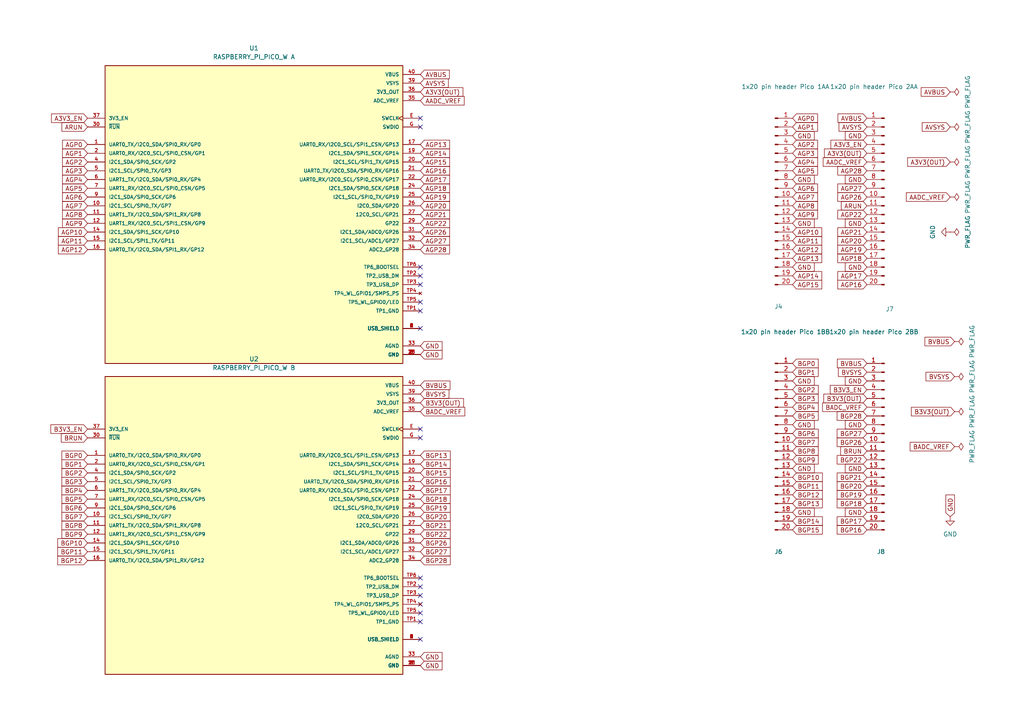
<source format=kicad_sch>
(kicad_sch
	(version 20250114)
	(generator "eeschema")
	(generator_version "9.0")
	(uuid "5c8bc29f-4c80-4b05-a8e4-c75f334c13cc")
	(paper "A4")
	(lib_symbols
		(symbol "Connector:Conn_01x20_Pin"
			(pin_names
				(offset 1.016)
				(hide yes)
			)
			(exclude_from_sim no)
			(in_bom yes)
			(on_board yes)
			(property "Reference" "J"
				(at 0 25.4 0)
				(effects
					(font
						(size 1.27 1.27)
					)
				)
			)
			(property "Value" "Conn_01x20_Pin"
				(at 0 -27.94 0)
				(effects
					(font
						(size 1.27 1.27)
					)
				)
			)
			(property "Footprint" ""
				(at 0 0 0)
				(effects
					(font
						(size 1.27 1.27)
					)
					(hide yes)
				)
			)
			(property "Datasheet" "~"
				(at 0 0 0)
				(effects
					(font
						(size 1.27 1.27)
					)
					(hide yes)
				)
			)
			(property "Description" "Generic connector, single row, 01x20, script generated"
				(at 0 0 0)
				(effects
					(font
						(size 1.27 1.27)
					)
					(hide yes)
				)
			)
			(property "ki_locked" ""
				(at 0 0 0)
				(effects
					(font
						(size 1.27 1.27)
					)
				)
			)
			(property "ki_keywords" "connector"
				(at 0 0 0)
				(effects
					(font
						(size 1.27 1.27)
					)
					(hide yes)
				)
			)
			(property "ki_fp_filters" "Connector*:*_1x??_*"
				(at 0 0 0)
				(effects
					(font
						(size 1.27 1.27)
					)
					(hide yes)
				)
			)
			(symbol "Conn_01x20_Pin_1_1"
				(rectangle
					(start 0.8636 22.987)
					(end 0 22.733)
					(stroke
						(width 0.1524)
						(type default)
					)
					(fill
						(type outline)
					)
				)
				(rectangle
					(start 0.8636 20.447)
					(end 0 20.193)
					(stroke
						(width 0.1524)
						(type default)
					)
					(fill
						(type outline)
					)
				)
				(rectangle
					(start 0.8636 17.907)
					(end 0 17.653)
					(stroke
						(width 0.1524)
						(type default)
					)
					(fill
						(type outline)
					)
				)
				(rectangle
					(start 0.8636 15.367)
					(end 0 15.113)
					(stroke
						(width 0.1524)
						(type default)
					)
					(fill
						(type outline)
					)
				)
				(rectangle
					(start 0.8636 12.827)
					(end 0 12.573)
					(stroke
						(width 0.1524)
						(type default)
					)
					(fill
						(type outline)
					)
				)
				(rectangle
					(start 0.8636 10.287)
					(end 0 10.033)
					(stroke
						(width 0.1524)
						(type default)
					)
					(fill
						(type outline)
					)
				)
				(rectangle
					(start 0.8636 7.747)
					(end 0 7.493)
					(stroke
						(width 0.1524)
						(type default)
					)
					(fill
						(type outline)
					)
				)
				(rectangle
					(start 0.8636 5.207)
					(end 0 4.953)
					(stroke
						(width 0.1524)
						(type default)
					)
					(fill
						(type outline)
					)
				)
				(rectangle
					(start 0.8636 2.667)
					(end 0 2.413)
					(stroke
						(width 0.1524)
						(type default)
					)
					(fill
						(type outline)
					)
				)
				(rectangle
					(start 0.8636 0.127)
					(end 0 -0.127)
					(stroke
						(width 0.1524)
						(type default)
					)
					(fill
						(type outline)
					)
				)
				(rectangle
					(start 0.8636 -2.413)
					(end 0 -2.667)
					(stroke
						(width 0.1524)
						(type default)
					)
					(fill
						(type outline)
					)
				)
				(rectangle
					(start 0.8636 -4.953)
					(end 0 -5.207)
					(stroke
						(width 0.1524)
						(type default)
					)
					(fill
						(type outline)
					)
				)
				(rectangle
					(start 0.8636 -7.493)
					(end 0 -7.747)
					(stroke
						(width 0.1524)
						(type default)
					)
					(fill
						(type outline)
					)
				)
				(rectangle
					(start 0.8636 -10.033)
					(end 0 -10.287)
					(stroke
						(width 0.1524)
						(type default)
					)
					(fill
						(type outline)
					)
				)
				(rectangle
					(start 0.8636 -12.573)
					(end 0 -12.827)
					(stroke
						(width 0.1524)
						(type default)
					)
					(fill
						(type outline)
					)
				)
				(rectangle
					(start 0.8636 -15.113)
					(end 0 -15.367)
					(stroke
						(width 0.1524)
						(type default)
					)
					(fill
						(type outline)
					)
				)
				(rectangle
					(start 0.8636 -17.653)
					(end 0 -17.907)
					(stroke
						(width 0.1524)
						(type default)
					)
					(fill
						(type outline)
					)
				)
				(rectangle
					(start 0.8636 -20.193)
					(end 0 -20.447)
					(stroke
						(width 0.1524)
						(type default)
					)
					(fill
						(type outline)
					)
				)
				(rectangle
					(start 0.8636 -22.733)
					(end 0 -22.987)
					(stroke
						(width 0.1524)
						(type default)
					)
					(fill
						(type outline)
					)
				)
				(rectangle
					(start 0.8636 -25.273)
					(end 0 -25.527)
					(stroke
						(width 0.1524)
						(type default)
					)
					(fill
						(type outline)
					)
				)
				(polyline
					(pts
						(xy 1.27 22.86) (xy 0.8636 22.86)
					)
					(stroke
						(width 0.1524)
						(type default)
					)
					(fill
						(type none)
					)
				)
				(polyline
					(pts
						(xy 1.27 20.32) (xy 0.8636 20.32)
					)
					(stroke
						(width 0.1524)
						(type default)
					)
					(fill
						(type none)
					)
				)
				(polyline
					(pts
						(xy 1.27 17.78) (xy 0.8636 17.78)
					)
					(stroke
						(width 0.1524)
						(type default)
					)
					(fill
						(type none)
					)
				)
				(polyline
					(pts
						(xy 1.27 15.24) (xy 0.8636 15.24)
					)
					(stroke
						(width 0.1524)
						(type default)
					)
					(fill
						(type none)
					)
				)
				(polyline
					(pts
						(xy 1.27 12.7) (xy 0.8636 12.7)
					)
					(stroke
						(width 0.1524)
						(type default)
					)
					(fill
						(type none)
					)
				)
				(polyline
					(pts
						(xy 1.27 10.16) (xy 0.8636 10.16)
					)
					(stroke
						(width 0.1524)
						(type default)
					)
					(fill
						(type none)
					)
				)
				(polyline
					(pts
						(xy 1.27 7.62) (xy 0.8636 7.62)
					)
					(stroke
						(width 0.1524)
						(type default)
					)
					(fill
						(type none)
					)
				)
				(polyline
					(pts
						(xy 1.27 5.08) (xy 0.8636 5.08)
					)
					(stroke
						(width 0.1524)
						(type default)
					)
					(fill
						(type none)
					)
				)
				(polyline
					(pts
						(xy 1.27 2.54) (xy 0.8636 2.54)
					)
					(stroke
						(width 0.1524)
						(type default)
					)
					(fill
						(type none)
					)
				)
				(polyline
					(pts
						(xy 1.27 0) (xy 0.8636 0)
					)
					(stroke
						(width 0.1524)
						(type default)
					)
					(fill
						(type none)
					)
				)
				(polyline
					(pts
						(xy 1.27 -2.54) (xy 0.8636 -2.54)
					)
					(stroke
						(width 0.1524)
						(type default)
					)
					(fill
						(type none)
					)
				)
				(polyline
					(pts
						(xy 1.27 -5.08) (xy 0.8636 -5.08)
					)
					(stroke
						(width 0.1524)
						(type default)
					)
					(fill
						(type none)
					)
				)
				(polyline
					(pts
						(xy 1.27 -7.62) (xy 0.8636 -7.62)
					)
					(stroke
						(width 0.1524)
						(type default)
					)
					(fill
						(type none)
					)
				)
				(polyline
					(pts
						(xy 1.27 -10.16) (xy 0.8636 -10.16)
					)
					(stroke
						(width 0.1524)
						(type default)
					)
					(fill
						(type none)
					)
				)
				(polyline
					(pts
						(xy 1.27 -12.7) (xy 0.8636 -12.7)
					)
					(stroke
						(width 0.1524)
						(type default)
					)
					(fill
						(type none)
					)
				)
				(polyline
					(pts
						(xy 1.27 -15.24) (xy 0.8636 -15.24)
					)
					(stroke
						(width 0.1524)
						(type default)
					)
					(fill
						(type none)
					)
				)
				(polyline
					(pts
						(xy 1.27 -17.78) (xy 0.8636 -17.78)
					)
					(stroke
						(width 0.1524)
						(type default)
					)
					(fill
						(type none)
					)
				)
				(polyline
					(pts
						(xy 1.27 -20.32) (xy 0.8636 -20.32)
					)
					(stroke
						(width 0.1524)
						(type default)
					)
					(fill
						(type none)
					)
				)
				(polyline
					(pts
						(xy 1.27 -22.86) (xy 0.8636 -22.86)
					)
					(stroke
						(width 0.1524)
						(type default)
					)
					(fill
						(type none)
					)
				)
				(polyline
					(pts
						(xy 1.27 -25.4) (xy 0.8636 -25.4)
					)
					(stroke
						(width 0.1524)
						(type default)
					)
					(fill
						(type none)
					)
				)
				(pin passive line
					(at 5.08 22.86 180)
					(length 3.81)
					(name "Pin_1"
						(effects
							(font
								(size 1.27 1.27)
							)
						)
					)
					(number "1"
						(effects
							(font
								(size 1.27 1.27)
							)
						)
					)
				)
				(pin passive line
					(at 5.08 20.32 180)
					(length 3.81)
					(name "Pin_2"
						(effects
							(font
								(size 1.27 1.27)
							)
						)
					)
					(number "2"
						(effects
							(font
								(size 1.27 1.27)
							)
						)
					)
				)
				(pin passive line
					(at 5.08 17.78 180)
					(length 3.81)
					(name "Pin_3"
						(effects
							(font
								(size 1.27 1.27)
							)
						)
					)
					(number "3"
						(effects
							(font
								(size 1.27 1.27)
							)
						)
					)
				)
				(pin passive line
					(at 5.08 15.24 180)
					(length 3.81)
					(name "Pin_4"
						(effects
							(font
								(size 1.27 1.27)
							)
						)
					)
					(number "4"
						(effects
							(font
								(size 1.27 1.27)
							)
						)
					)
				)
				(pin passive line
					(at 5.08 12.7 180)
					(length 3.81)
					(name "Pin_5"
						(effects
							(font
								(size 1.27 1.27)
							)
						)
					)
					(number "5"
						(effects
							(font
								(size 1.27 1.27)
							)
						)
					)
				)
				(pin passive line
					(at 5.08 10.16 180)
					(length 3.81)
					(name "Pin_6"
						(effects
							(font
								(size 1.27 1.27)
							)
						)
					)
					(number "6"
						(effects
							(font
								(size 1.27 1.27)
							)
						)
					)
				)
				(pin passive line
					(at 5.08 7.62 180)
					(length 3.81)
					(name "Pin_7"
						(effects
							(font
								(size 1.27 1.27)
							)
						)
					)
					(number "7"
						(effects
							(font
								(size 1.27 1.27)
							)
						)
					)
				)
				(pin passive line
					(at 5.08 5.08 180)
					(length 3.81)
					(name "Pin_8"
						(effects
							(font
								(size 1.27 1.27)
							)
						)
					)
					(number "8"
						(effects
							(font
								(size 1.27 1.27)
							)
						)
					)
				)
				(pin passive line
					(at 5.08 2.54 180)
					(length 3.81)
					(name "Pin_9"
						(effects
							(font
								(size 1.27 1.27)
							)
						)
					)
					(number "9"
						(effects
							(font
								(size 1.27 1.27)
							)
						)
					)
				)
				(pin passive line
					(at 5.08 0 180)
					(length 3.81)
					(name "Pin_10"
						(effects
							(font
								(size 1.27 1.27)
							)
						)
					)
					(number "10"
						(effects
							(font
								(size 1.27 1.27)
							)
						)
					)
				)
				(pin passive line
					(at 5.08 -2.54 180)
					(length 3.81)
					(name "Pin_11"
						(effects
							(font
								(size 1.27 1.27)
							)
						)
					)
					(number "11"
						(effects
							(font
								(size 1.27 1.27)
							)
						)
					)
				)
				(pin passive line
					(at 5.08 -5.08 180)
					(length 3.81)
					(name "Pin_12"
						(effects
							(font
								(size 1.27 1.27)
							)
						)
					)
					(number "12"
						(effects
							(font
								(size 1.27 1.27)
							)
						)
					)
				)
				(pin passive line
					(at 5.08 -7.62 180)
					(length 3.81)
					(name "Pin_13"
						(effects
							(font
								(size 1.27 1.27)
							)
						)
					)
					(number "13"
						(effects
							(font
								(size 1.27 1.27)
							)
						)
					)
				)
				(pin passive line
					(at 5.08 -10.16 180)
					(length 3.81)
					(name "Pin_14"
						(effects
							(font
								(size 1.27 1.27)
							)
						)
					)
					(number "14"
						(effects
							(font
								(size 1.27 1.27)
							)
						)
					)
				)
				(pin passive line
					(at 5.08 -12.7 180)
					(length 3.81)
					(name "Pin_15"
						(effects
							(font
								(size 1.27 1.27)
							)
						)
					)
					(number "15"
						(effects
							(font
								(size 1.27 1.27)
							)
						)
					)
				)
				(pin passive line
					(at 5.08 -15.24 180)
					(length 3.81)
					(name "Pin_16"
						(effects
							(font
								(size 1.27 1.27)
							)
						)
					)
					(number "16"
						(effects
							(font
								(size 1.27 1.27)
							)
						)
					)
				)
				(pin passive line
					(at 5.08 -17.78 180)
					(length 3.81)
					(name "Pin_17"
						(effects
							(font
								(size 1.27 1.27)
							)
						)
					)
					(number "17"
						(effects
							(font
								(size 1.27 1.27)
							)
						)
					)
				)
				(pin passive line
					(at 5.08 -20.32 180)
					(length 3.81)
					(name "Pin_18"
						(effects
							(font
								(size 1.27 1.27)
							)
						)
					)
					(number "18"
						(effects
							(font
								(size 1.27 1.27)
							)
						)
					)
				)
				(pin passive line
					(at 5.08 -22.86 180)
					(length 3.81)
					(name "Pin_19"
						(effects
							(font
								(size 1.27 1.27)
							)
						)
					)
					(number "19"
						(effects
							(font
								(size 1.27 1.27)
							)
						)
					)
				)
				(pin passive line
					(at 5.08 -25.4 180)
					(length 3.81)
					(name "Pin_20"
						(effects
							(font
								(size 1.27 1.27)
							)
						)
					)
					(number "20"
						(effects
							(font
								(size 1.27 1.27)
							)
						)
					)
				)
			)
			(embedded_fonts no)
		)
		(symbol "RASPBERRY_PI_PICO_W:RASPBERRY_PI_PICO_W"
			(pin_names
				(offset 1.016)
			)
			(exclude_from_sim no)
			(in_bom yes)
			(on_board yes)
			(property "Reference" "U"
				(at -43.18 44.069 0)
				(effects
					(font
						(size 1.27 1.27)
					)
					(justify left bottom)
				)
			)
			(property "Value" "RASPBERRY_PI_PICO_W"
				(at -43.18 -45.72 0)
				(effects
					(font
						(size 1.27 1.27)
					)
					(justify left bottom)
				)
			)
			(property "Footprint" "RASPBERRY_PI_PICO_W:MODULE_RASPBERRY_PI_PICO_W"
				(at 0 0 0)
				(effects
					(font
						(size 1.27 1.27)
					)
					(justify bottom)
					(hide yes)
				)
			)
			(property "Datasheet" ""
				(at 0 0 0)
				(effects
					(font
						(size 1.27 1.27)
					)
					(hide yes)
				)
			)
			(property "Description" ""
				(at 0 0 0)
				(effects
					(font
						(size 1.27 1.27)
					)
					(hide yes)
				)
			)
			(property "MF" "Raspberry Pi"
				(at 0 0 0)
				(effects
					(font
						(size 1.27 1.27)
					)
					(justify bottom)
					(hide yes)
				)
			)
			(property "Description_1" "\n                        \n                            Raspberry Pi Board, Arm Cortex-M0+; Silicon Manufacturer:Raspberry Pi; No. Of Bits:32Bit; Silicon Family Name:-; Core Architecture:Arm; Core Sub-Architecture:Cortex-M0+; Silicon Core Number:Rp2040; Product Range:Raspberry Pi Pico Rohs Compliant: Yes |Raspberry-Pi RASPBERRY PI PICO W\n                        \n"
				(at 0 0 0)
				(effects
					(font
						(size 1.27 1.27)
					)
					(justify bottom)
					(hide yes)
				)
			)
			(property "Package" "None"
				(at 0 0 0)
				(effects
					(font
						(size 1.27 1.27)
					)
					(justify bottom)
					(hide yes)
				)
			)
			(property "Price" "None"
				(at 0 0 0)
				(effects
					(font
						(size 1.27 1.27)
					)
					(justify bottom)
					(hide yes)
				)
			)
			(property "Check_prices" "https://www.snapeda.com/parts/RASPBERRY%20PI%20PICO%20W/Raspberry+Pi/view-part/?ref=eda"
				(at 0 0 0)
				(effects
					(font
						(size 1.27 1.27)
					)
					(justify bottom)
					(hide yes)
				)
			)
			(property "STANDARD" "Manufacturer Recommendations"
				(at 0 0 0)
				(effects
					(font
						(size 1.27 1.27)
					)
					(justify bottom)
					(hide yes)
				)
			)
			(property "PARTREV" "2.4"
				(at 0 0 0)
				(effects
					(font
						(size 1.27 1.27)
					)
					(justify bottom)
					(hide yes)
				)
			)
			(property "SnapEDA_Link" "https://www.snapeda.com/parts/RASPBERRY%20PI%20PICO%20W/Raspberry+Pi/view-part/?ref=snap"
				(at 0 0 0)
				(effects
					(font
						(size 1.27 1.27)
					)
					(justify bottom)
					(hide yes)
				)
			)
			(property "MP" "RASPBERRY PI PICO W"
				(at 0 0 0)
				(effects
					(font
						(size 1.27 1.27)
					)
					(justify bottom)
					(hide yes)
				)
			)
			(property "Availability" "Not in stock"
				(at 0 0 0)
				(effects
					(font
						(size 1.27 1.27)
					)
					(justify bottom)
					(hide yes)
				)
			)
			(property "MANUFACTURER" "Raspberry Pi"
				(at 0 0 0)
				(effects
					(font
						(size 1.27 1.27)
					)
					(justify bottom)
					(hide yes)
				)
			)
			(symbol "RASPBERRY_PI_PICO_W_0_0"
				(rectangle
					(start -43.18 -43.18)
					(end 43.18 43.18)
					(stroke
						(width 0.254)
						(type default)
					)
					(fill
						(type background)
					)
				)
				(pin input line
					(at -48.26 27.94 0)
					(length 5.08)
					(name "3V3_EN"
						(effects
							(font
								(size 1.016 1.016)
							)
						)
					)
					(number "37"
						(effects
							(font
								(size 1.016 1.016)
							)
						)
					)
				)
				(pin input line
					(at -48.26 25.4 0)
					(length 5.08)
					(name "~{RUN}"
						(effects
							(font
								(size 1.016 1.016)
							)
						)
					)
					(number "30"
						(effects
							(font
								(size 1.016 1.016)
							)
						)
					)
				)
				(pin bidirectional line
					(at -48.26 20.32 0)
					(length 5.08)
					(name "UART0_TX/I2C0_SDA/SPI0_RX/GP0"
						(effects
							(font
								(size 1.016 1.016)
							)
						)
					)
					(number "1"
						(effects
							(font
								(size 1.016 1.016)
							)
						)
					)
				)
				(pin bidirectional line
					(at -48.26 17.78 0)
					(length 5.08)
					(name "UART0_RX/I2C0_SCL/SPI0_CSN/GP1"
						(effects
							(font
								(size 1.016 1.016)
							)
						)
					)
					(number "2"
						(effects
							(font
								(size 1.016 1.016)
							)
						)
					)
				)
				(pin bidirectional line
					(at -48.26 15.24 0)
					(length 5.08)
					(name "I2C1_SDA/SPI0_SCK/GP2"
						(effects
							(font
								(size 1.016 1.016)
							)
						)
					)
					(number "4"
						(effects
							(font
								(size 1.016 1.016)
							)
						)
					)
				)
				(pin bidirectional line
					(at -48.26 12.7 0)
					(length 5.08)
					(name "I2C1_SCL/SPI0_TX/GP3"
						(effects
							(font
								(size 1.016 1.016)
							)
						)
					)
					(number "5"
						(effects
							(font
								(size 1.016 1.016)
							)
						)
					)
				)
				(pin bidirectional line
					(at -48.26 10.16 0)
					(length 5.08)
					(name "UART1_TX/I2C0_SDA/SPI0_RX/GP4"
						(effects
							(font
								(size 1.016 1.016)
							)
						)
					)
					(number "6"
						(effects
							(font
								(size 1.016 1.016)
							)
						)
					)
				)
				(pin bidirectional line
					(at -48.26 7.62 0)
					(length 5.08)
					(name "UART1_RX/I2C0_SCL/SPI0_CSN/GP5"
						(effects
							(font
								(size 1.016 1.016)
							)
						)
					)
					(number "7"
						(effects
							(font
								(size 1.016 1.016)
							)
						)
					)
				)
				(pin bidirectional line
					(at -48.26 5.08 0)
					(length 5.08)
					(name "I2C1_SDA/SPI0_SCK/GP6"
						(effects
							(font
								(size 1.016 1.016)
							)
						)
					)
					(number "9"
						(effects
							(font
								(size 1.016 1.016)
							)
						)
					)
				)
				(pin bidirectional line
					(at -48.26 2.54 0)
					(length 5.08)
					(name "I2C1_SCL/SPI0_TX/GP7"
						(effects
							(font
								(size 1.016 1.016)
							)
						)
					)
					(number "10"
						(effects
							(font
								(size 1.016 1.016)
							)
						)
					)
				)
				(pin bidirectional line
					(at -48.26 0 0)
					(length 5.08)
					(name "UART1_TX/I2C0_SDA/SPI1_RX/GP8"
						(effects
							(font
								(size 1.016 1.016)
							)
						)
					)
					(number "11"
						(effects
							(font
								(size 1.016 1.016)
							)
						)
					)
				)
				(pin bidirectional line
					(at -48.26 -2.54 0)
					(length 5.08)
					(name "UART1_RX/I2C0_SCL/SPI1_CSN/GP9"
						(effects
							(font
								(size 1.016 1.016)
							)
						)
					)
					(number "12"
						(effects
							(font
								(size 1.016 1.016)
							)
						)
					)
				)
				(pin bidirectional line
					(at -48.26 -5.08 0)
					(length 5.08)
					(name "I2C1_SDA/SPI1_SCK/GP10"
						(effects
							(font
								(size 1.016 1.016)
							)
						)
					)
					(number "14"
						(effects
							(font
								(size 1.016 1.016)
							)
						)
					)
				)
				(pin bidirectional line
					(at -48.26 -7.62 0)
					(length 5.08)
					(name "I2C1_SCL/SPI1_TX/GP11"
						(effects
							(font
								(size 1.016 1.016)
							)
						)
					)
					(number "15"
						(effects
							(font
								(size 1.016 1.016)
							)
						)
					)
				)
				(pin bidirectional line
					(at -48.26 -10.16 0)
					(length 5.08)
					(name "UART0_TX/I2C0_SDA/SPI1_RX/GP12"
						(effects
							(font
								(size 1.016 1.016)
							)
						)
					)
					(number "16"
						(effects
							(font
								(size 1.016 1.016)
							)
						)
					)
				)
				(pin power_in line
					(at 48.26 40.64 180)
					(length 5.08)
					(name "VBUS"
						(effects
							(font
								(size 1.016 1.016)
							)
						)
					)
					(number "40"
						(effects
							(font
								(size 1.016 1.016)
							)
						)
					)
				)
				(pin power_in line
					(at 48.26 38.1 180)
					(length 5.08)
					(name "VSYS"
						(effects
							(font
								(size 1.016 1.016)
							)
						)
					)
					(number "39"
						(effects
							(font
								(size 1.016 1.016)
							)
						)
					)
				)
				(pin power_in line
					(at 48.26 35.56 180)
					(length 5.08)
					(name "3V3_OUT"
						(effects
							(font
								(size 1.016 1.016)
							)
						)
					)
					(number "36"
						(effects
							(font
								(size 1.016 1.016)
							)
						)
					)
				)
				(pin power_in line
					(at 48.26 33.02 180)
					(length 5.08)
					(name "ADC_VREF"
						(effects
							(font
								(size 1.016 1.016)
							)
						)
					)
					(number "35"
						(effects
							(font
								(size 1.016 1.016)
							)
						)
					)
				)
				(pin input clock
					(at 48.26 27.94 180)
					(length 5.08)
					(name "SWCLK"
						(effects
							(font
								(size 1.016 1.016)
							)
						)
					)
					(number "E"
						(effects
							(font
								(size 1.016 1.016)
							)
						)
					)
				)
				(pin bidirectional line
					(at 48.26 25.4 180)
					(length 5.08)
					(name "SWDIO"
						(effects
							(font
								(size 1.016 1.016)
							)
						)
					)
					(number "G"
						(effects
							(font
								(size 1.016 1.016)
							)
						)
					)
				)
				(pin bidirectional line
					(at 48.26 20.32 180)
					(length 5.08)
					(name "UART0_RX/I2C0_SCL/SPI1_CSN/GP13"
						(effects
							(font
								(size 1.016 1.016)
							)
						)
					)
					(number "17"
						(effects
							(font
								(size 1.016 1.016)
							)
						)
					)
				)
				(pin bidirectional line
					(at 48.26 17.78 180)
					(length 5.08)
					(name "I2C1_SDA/SPI1_SCK/GP14"
						(effects
							(font
								(size 1.016 1.016)
							)
						)
					)
					(number "19"
						(effects
							(font
								(size 1.016 1.016)
							)
						)
					)
				)
				(pin bidirectional line
					(at 48.26 15.24 180)
					(length 5.08)
					(name "I2C1_SCL/SPI1_TX/GP15"
						(effects
							(font
								(size 1.016 1.016)
							)
						)
					)
					(number "20"
						(effects
							(font
								(size 1.016 1.016)
							)
						)
					)
				)
				(pin bidirectional line
					(at 48.26 12.7 180)
					(length 5.08)
					(name "UART0_TX/I2C0_SDA/SPI0_RX/GP16"
						(effects
							(font
								(size 1.016 1.016)
							)
						)
					)
					(number "21"
						(effects
							(font
								(size 1.016 1.016)
							)
						)
					)
				)
				(pin bidirectional line
					(at 48.26 10.16 180)
					(length 5.08)
					(name "UART0_RX/I2C0_SCL/SPI0_CSN/GP17"
						(effects
							(font
								(size 1.016 1.016)
							)
						)
					)
					(number "22"
						(effects
							(font
								(size 1.016 1.016)
							)
						)
					)
				)
				(pin bidirectional line
					(at 48.26 7.62 180)
					(length 5.08)
					(name "I2C1_SDA/SPI0_SCK/GP18"
						(effects
							(font
								(size 1.016 1.016)
							)
						)
					)
					(number "24"
						(effects
							(font
								(size 1.016 1.016)
							)
						)
					)
				)
				(pin bidirectional line
					(at 48.26 5.08 180)
					(length 5.08)
					(name "I2C1_SCL/SPI0_TX/GP19"
						(effects
							(font
								(size 1.016 1.016)
							)
						)
					)
					(number "25"
						(effects
							(font
								(size 1.016 1.016)
							)
						)
					)
				)
				(pin bidirectional line
					(at 48.26 2.54 180)
					(length 5.08)
					(name "I2C0_SDA/GP20"
						(effects
							(font
								(size 1.016 1.016)
							)
						)
					)
					(number "26"
						(effects
							(font
								(size 1.016 1.016)
							)
						)
					)
				)
				(pin bidirectional line
					(at 48.26 0 180)
					(length 5.08)
					(name "12C0_SCL/GP21"
						(effects
							(font
								(size 1.016 1.016)
							)
						)
					)
					(number "27"
						(effects
							(font
								(size 1.016 1.016)
							)
						)
					)
				)
				(pin bidirectional line
					(at 48.26 -2.54 180)
					(length 5.08)
					(name "GP22"
						(effects
							(font
								(size 1.016 1.016)
							)
						)
					)
					(number "29"
						(effects
							(font
								(size 1.016 1.016)
							)
						)
					)
				)
				(pin bidirectional line
					(at 48.26 -5.08 180)
					(length 5.08)
					(name "I2C1_SDA/ADC0/GP26"
						(effects
							(font
								(size 1.016 1.016)
							)
						)
					)
					(number "31"
						(effects
							(font
								(size 1.016 1.016)
							)
						)
					)
				)
				(pin bidirectional line
					(at 48.26 -7.62 180)
					(length 5.08)
					(name "I2C1_SCL/ADC1/GP27"
						(effects
							(font
								(size 1.016 1.016)
							)
						)
					)
					(number "32"
						(effects
							(font
								(size 1.016 1.016)
							)
						)
					)
				)
				(pin bidirectional line
					(at 48.26 -10.16 180)
					(length 5.08)
					(name "ADC2_GP28"
						(effects
							(font
								(size 1.016 1.016)
							)
						)
					)
					(number "34"
						(effects
							(font
								(size 1.016 1.016)
							)
						)
					)
				)
				(pin input line
					(at 48.26 -15.24 180)
					(length 5.08)
					(name "TP6_BOOTSEL"
						(effects
							(font
								(size 1.016 1.016)
							)
						)
					)
					(number "TP6"
						(effects
							(font
								(size 1.016 1.016)
							)
						)
					)
				)
				(pin bidirectional line
					(at 48.26 -17.78 180)
					(length 5.08)
					(name "TP2_USB_DM"
						(effects
							(font
								(size 1.016 1.016)
							)
						)
					)
					(number "TP2"
						(effects
							(font
								(size 1.016 1.016)
							)
						)
					)
				)
				(pin bidirectional line
					(at 48.26 -20.32 180)
					(length 5.08)
					(name "TP3_USB_DP"
						(effects
							(font
								(size 1.016 1.016)
							)
						)
					)
					(number "TP3"
						(effects
							(font
								(size 1.016 1.016)
							)
						)
					)
				)
				(pin no_connect line
					(at 48.26 -22.86 180)
					(length 5.08)
					(name "TP4_WL_GPIO1/SMPS_PS"
						(effects
							(font
								(size 1.016 1.016)
							)
						)
					)
					(number "TP4"
						(effects
							(font
								(size 1.016 1.016)
							)
						)
					)
				)
				(pin bidirectional line
					(at 48.26 -25.4 180)
					(length 5.08)
					(name "TP5_WL_GPIO0/LED"
						(effects
							(font
								(size 1.016 1.016)
							)
						)
					)
					(number "TP5"
						(effects
							(font
								(size 1.016 1.016)
							)
						)
					)
				)
				(pin power_in line
					(at 48.26 -27.94 180)
					(length 5.08)
					(name "TP1_GND"
						(effects
							(font
								(size 1.016 1.016)
							)
						)
					)
					(number "TP1"
						(effects
							(font
								(size 1.016 1.016)
							)
						)
					)
				)
				(pin power_in line
					(at 48.26 -33.02 180)
					(length 5.08)
					(name "USB_SHIELD"
						(effects
							(font
								(size 1.016 1.016)
							)
						)
					)
					(number "A"
						(effects
							(font
								(size 1.016 1.016)
							)
						)
					)
				)
				(pin power_in line
					(at 48.26 -33.02 180)
					(length 5.08)
					(name "USB_SHIELD"
						(effects
							(font
								(size 1.016 1.016)
							)
						)
					)
					(number "B"
						(effects
							(font
								(size 1.016 1.016)
							)
						)
					)
				)
				(pin power_in line
					(at 48.26 -33.02 180)
					(length 5.08)
					(name "USB_SHIELD"
						(effects
							(font
								(size 1.016 1.016)
							)
						)
					)
					(number "C"
						(effects
							(font
								(size 1.016 1.016)
							)
						)
					)
				)
				(pin power_in line
					(at 48.26 -33.02 180)
					(length 5.08)
					(name "USB_SHIELD"
						(effects
							(font
								(size 1.016 1.016)
							)
						)
					)
					(number "D"
						(effects
							(font
								(size 1.016 1.016)
							)
						)
					)
				)
				(pin power_in line
					(at 48.26 -38.1 180)
					(length 5.08)
					(name "AGND"
						(effects
							(font
								(size 1.016 1.016)
							)
						)
					)
					(number "33"
						(effects
							(font
								(size 1.016 1.016)
							)
						)
					)
				)
				(pin power_in line
					(at 48.26 -40.64 180)
					(length 5.08)
					(name "GND"
						(effects
							(font
								(size 1.016 1.016)
							)
						)
					)
					(number "13"
						(effects
							(font
								(size 1.016 1.016)
							)
						)
					)
				)
				(pin power_in line
					(at 48.26 -40.64 180)
					(length 5.08)
					(name "GND"
						(effects
							(font
								(size 1.016 1.016)
							)
						)
					)
					(number "18"
						(effects
							(font
								(size 1.016 1.016)
							)
						)
					)
				)
				(pin power_in line
					(at 48.26 -40.64 180)
					(length 5.08)
					(name "GND"
						(effects
							(font
								(size 1.016 1.016)
							)
						)
					)
					(number "23"
						(effects
							(font
								(size 1.016 1.016)
							)
						)
					)
				)
				(pin power_in line
					(at 48.26 -40.64 180)
					(length 5.08)
					(name "GND"
						(effects
							(font
								(size 1.016 1.016)
							)
						)
					)
					(number "28"
						(effects
							(font
								(size 1.016 1.016)
							)
						)
					)
				)
				(pin power_in line
					(at 48.26 -40.64 180)
					(length 5.08)
					(name "GND"
						(effects
							(font
								(size 1.016 1.016)
							)
						)
					)
					(number "3"
						(effects
							(font
								(size 1.016 1.016)
							)
						)
					)
				)
				(pin power_in line
					(at 48.26 -40.64 180)
					(length 5.08)
					(name "GND"
						(effects
							(font
								(size 1.016 1.016)
							)
						)
					)
					(number "38"
						(effects
							(font
								(size 1.016 1.016)
							)
						)
					)
				)
				(pin power_in line
					(at 48.26 -40.64 180)
					(length 5.08)
					(name "GND"
						(effects
							(font
								(size 1.016 1.016)
							)
						)
					)
					(number "8"
						(effects
							(font
								(size 1.016 1.016)
							)
						)
					)
				)
				(pin power_in line
					(at 48.26 -40.64 180)
					(length 5.08)
					(name "GND"
						(effects
							(font
								(size 1.016 1.016)
							)
						)
					)
					(number "F"
						(effects
							(font
								(size 1.016 1.016)
							)
						)
					)
				)
			)
			(embedded_fonts no)
		)
		(symbol "power:GND"
			(power)
			(pin_numbers
				(hide yes)
			)
			(pin_names
				(offset 0)
				(hide yes)
			)
			(exclude_from_sim no)
			(in_bom yes)
			(on_board yes)
			(property "Reference" "#PWR"
				(at 0 -6.35 0)
				(effects
					(font
						(size 1.27 1.27)
					)
					(hide yes)
				)
			)
			(property "Value" "GND"
				(at 0 -3.81 0)
				(effects
					(font
						(size 1.27 1.27)
					)
				)
			)
			(property "Footprint" ""
				(at 0 0 0)
				(effects
					(font
						(size 1.27 1.27)
					)
					(hide yes)
				)
			)
			(property "Datasheet" ""
				(at 0 0 0)
				(effects
					(font
						(size 1.27 1.27)
					)
					(hide yes)
				)
			)
			(property "Description" "Power symbol creates a global label with name \"GND\" , ground"
				(at 0 0 0)
				(effects
					(font
						(size 1.27 1.27)
					)
					(hide yes)
				)
			)
			(property "ki_keywords" "global power"
				(at 0 0 0)
				(effects
					(font
						(size 1.27 1.27)
					)
					(hide yes)
				)
			)
			(symbol "GND_0_1"
				(polyline
					(pts
						(xy 0 0) (xy 0 -1.27) (xy 1.27 -1.27) (xy 0 -2.54) (xy -1.27 -1.27) (xy 0 -1.27)
					)
					(stroke
						(width 0)
						(type default)
					)
					(fill
						(type none)
					)
				)
			)
			(symbol "GND_1_1"
				(pin power_in line
					(at 0 0 270)
					(length 0)
					(name "~"
						(effects
							(font
								(size 1.27 1.27)
							)
						)
					)
					(number "1"
						(effects
							(font
								(size 1.27 1.27)
							)
						)
					)
				)
			)
			(embedded_fonts no)
		)
		(symbol "power:PWR_FLAG"
			(power)
			(pin_numbers
				(hide yes)
			)
			(pin_names
				(offset 0)
				(hide yes)
			)
			(exclude_from_sim no)
			(in_bom yes)
			(on_board yes)
			(property "Reference" "#FLG"
				(at 0 1.905 0)
				(effects
					(font
						(size 1.27 1.27)
					)
					(hide yes)
				)
			)
			(property "Value" "PWR_FLAG"
				(at 0 3.81 0)
				(effects
					(font
						(size 1.27 1.27)
					)
				)
			)
			(property "Footprint" ""
				(at 0 0 0)
				(effects
					(font
						(size 1.27 1.27)
					)
					(hide yes)
				)
			)
			(property "Datasheet" "~"
				(at 0 0 0)
				(effects
					(font
						(size 1.27 1.27)
					)
					(hide yes)
				)
			)
			(property "Description" "Special symbol for telling ERC where power comes from"
				(at 0 0 0)
				(effects
					(font
						(size 1.27 1.27)
					)
					(hide yes)
				)
			)
			(property "ki_keywords" "flag power"
				(at 0 0 0)
				(effects
					(font
						(size 1.27 1.27)
					)
					(hide yes)
				)
			)
			(symbol "PWR_FLAG_0_0"
				(pin power_out line
					(at 0 0 90)
					(length 0)
					(name "~"
						(effects
							(font
								(size 1.27 1.27)
							)
						)
					)
					(number "1"
						(effects
							(font
								(size 1.27 1.27)
							)
						)
					)
				)
			)
			(symbol "PWR_FLAG_0_1"
				(polyline
					(pts
						(xy 0 0) (xy 0 1.27) (xy -1.016 1.905) (xy 0 2.54) (xy 1.016 1.905) (xy 0 1.27)
					)
					(stroke
						(width 0)
						(type default)
					)
					(fill
						(type none)
					)
				)
			)
			(embedded_fonts no)
		)
	)
	(no_connect
		(at 121.92 82.55)
		(uuid "03346197-0890-4a43-8b66-a4e5e365b888")
	)
	(no_connect
		(at 121.92 87.63)
		(uuid "0bb65f24-e6f1-4970-a429-f75edbfe42b4")
	)
	(no_connect
		(at 121.92 34.29)
		(uuid "0bb7b16d-ee56-43a9-bb6f-bb4ec9c7b0f6")
	)
	(no_connect
		(at 121.92 90.17)
		(uuid "227cd9e1-d4f5-4199-aea6-538419e8b7b4")
	)
	(no_connect
		(at 121.92 80.01)
		(uuid "27c3a8ce-7d87-41eb-b747-d2d86b6116a9")
	)
	(no_connect
		(at 121.92 77.47)
		(uuid "3ccd30bd-8d95-433d-a42e-e531aebabaf4")
	)
	(no_connect
		(at 121.92 177.8)
		(uuid "4505e9dc-faa3-43a7-b992-5bf4b41d16ef")
	)
	(no_connect
		(at 121.92 127)
		(uuid "46b4a104-d760-4027-b21b-979ab4137353")
	)
	(no_connect
		(at 121.92 172.72)
		(uuid "6f82167e-3394-4905-a02d-915ebd67b388")
	)
	(no_connect
		(at 121.92 180.34)
		(uuid "806913f7-b6b2-4a00-b74d-d82d3677b0ae")
	)
	(no_connect
		(at 121.92 170.18)
		(uuid "845291e7-4701-4b2f-9cf0-0e7e7619d8b5")
	)
	(no_connect
		(at 121.92 175.26)
		(uuid "95cc8a90-3f1c-42ee-8eb6-2027eaba9b48")
	)
	(no_connect
		(at 121.92 36.83)
		(uuid "ad2d9dff-e7a0-49e3-8b89-cf86b6d96cdf")
	)
	(no_connect
		(at 121.92 124.46)
		(uuid "cd731d1d-3b74-457e-8600-26e7d90a4f90")
	)
	(no_connect
		(at 121.92 185.42)
		(uuid "d7ef1f56-823a-4008-bd35-cdecf521f06c")
	)
	(no_connect
		(at 121.92 95.25)
		(uuid "e28266f9-cdc7-4369-938e-6152446f3fc4")
	)
	(no_connect
		(at 121.92 167.64)
		(uuid "f7b2ff85-f147-48e6-9c77-b9e25f6cb43e")
	)
	(global_label "BVBUS"
		(shape input)
		(at 276.86 99.06 180)
		(fields_autoplaced yes)
		(effects
			(font
				(size 1.27 1.27)
			)
			(justify right)
		)
		(uuid "011b0c98-0fec-40ab-a81f-81e54945fcf9")
		(property "Intersheetrefs" "${INTERSHEET_REFS}"
			(at 267.7062 99.06 0)
			(effects
				(font
					(size 1.27 1.27)
				)
				(justify right)
				(hide yes)
			)
		)
	)
	(global_label "AGP27"
		(shape input)
		(at 251.46 54.61 180)
		(fields_autoplaced yes)
		(effects
			(font
				(size 1.27 1.27)
			)
			(justify right)
		)
		(uuid "042ee560-5a9d-4fb5-833d-5c5da248b7d6")
		(property "Intersheetrefs" "${INTERSHEET_REFS}"
			(at 242.4272 54.61 0)
			(effects
				(font
					(size 1.27 1.27)
				)
				(justify right)
				(hide yes)
			)
		)
	)
	(global_label "AGP26"
		(shape input)
		(at 251.46 57.15 180)
		(fields_autoplaced yes)
		(effects
			(font
				(size 1.27 1.27)
			)
			(justify right)
		)
		(uuid "088efe1d-d5cc-4a19-b16b-97f3a56e49a5")
		(property "Intersheetrefs" "${INTERSHEET_REFS}"
			(at 242.4272 57.15 0)
			(effects
				(font
					(size 1.27 1.27)
				)
				(justify right)
				(hide yes)
			)
		)
	)
	(global_label "BGP20"
		(shape input)
		(at 121.92 149.86 0)
		(fields_autoplaced yes)
		(effects
			(font
				(size 1.27 1.27)
			)
			(justify left)
		)
		(uuid "0a72c3a9-70e6-492b-9266-82bbfbd572ae")
		(property "Intersheetrefs" "${INTERSHEET_REFS}"
			(at 131.1342 149.86 0)
			(effects
				(font
					(size 1.27 1.27)
				)
				(justify left)
				(hide yes)
			)
		)
	)
	(global_label "A3V3_EN"
		(shape input)
		(at 25.4 34.29 180)
		(fields_autoplaced yes)
		(effects
			(font
				(size 1.27 1.27)
			)
			(justify right)
		)
		(uuid "0b01deb0-845d-4d30-aae3-918dea3bdd5d")
		(property "Intersheetrefs" "${INTERSHEET_REFS}"
			(at 14.3715 34.29 0)
			(effects
				(font
					(size 1.27 1.27)
				)
				(justify right)
				(hide yes)
			)
		)
	)
	(global_label "GND"
		(shape input)
		(at 121.92 102.87 0)
		(fields_autoplaced yes)
		(effects
			(font
				(size 1.27 1.27)
			)
			(justify left)
		)
		(uuid "0ba017cb-2d38-474a-8624-4d5a507dabab")
		(property "Intersheetrefs" "${INTERSHEET_REFS}"
			(at 128.6547 102.87 0)
			(effects
				(font
					(size 1.27 1.27)
				)
				(justify left)
				(hide yes)
			)
		)
	)
	(global_label "AGP28"
		(shape input)
		(at 121.92 72.39 0)
		(fields_autoplaced yes)
		(effects
			(font
				(size 1.27 1.27)
			)
			(justify left)
		)
		(uuid "0c40218e-88e6-4b5d-afcb-f4b2b3c8e0c7")
		(property "Intersheetrefs" "${INTERSHEET_REFS}"
			(at 130.9528 72.39 0)
			(effects
				(font
					(size 1.27 1.27)
				)
				(justify left)
				(hide yes)
			)
		)
	)
	(global_label "AGP21"
		(shape input)
		(at 251.46 67.31 180)
		(fields_autoplaced yes)
		(effects
			(font
				(size 1.27 1.27)
			)
			(justify right)
		)
		(uuid "0cca4ae8-c9c7-4147-aa38-656465619095")
		(property "Intersheetrefs" "${INTERSHEET_REFS}"
			(at 242.4272 67.31 0)
			(effects
				(font
					(size 1.27 1.27)
				)
				(justify right)
				(hide yes)
			)
		)
	)
	(global_label "A3V3_EN"
		(shape input)
		(at 251.46 41.91 180)
		(fields_autoplaced yes)
		(effects
			(font
				(size 1.27 1.27)
			)
			(justify right)
		)
		(uuid "0e6451a0-eaa2-420b-b68f-79c7359a2e14")
		(property "Intersheetrefs" "${INTERSHEET_REFS}"
			(at 241.5201 41.91 0)
			(effects
				(font
					(size 1.27 1.27)
				)
				(justify right)
				(hide yes)
			)
		)
	)
	(global_label "GND"
		(shape input)
		(at 251.46 135.89 180)
		(fields_autoplaced yes)
		(effects
			(font
				(size 1.27 1.27)
			)
			(justify right)
		)
		(uuid "0eab1b1e-186c-478f-a6e6-2cd172c68833")
		(property "Intersheetrefs" "${INTERSHEET_REFS}"
			(at 244.7253 135.89 0)
			(effects
				(font
					(size 1.27 1.27)
				)
				(justify right)
				(hide yes)
			)
		)
	)
	(global_label "A3V3(OUT)"
		(shape input)
		(at 275.59 46.99 180)
		(fields_autoplaced yes)
		(effects
			(font
				(size 1.27 1.27)
			)
			(justify right)
		)
		(uuid "12b73904-b621-40b0-93bb-41a581016467")
		(property "Intersheetrefs" "${INTERSHEET_REFS}"
			(at 262.6866 46.99 0)
			(effects
				(font
					(size 1.27 1.27)
				)
				(justify right)
				(hide yes)
			)
		)
	)
	(global_label "AGP11"
		(shape input)
		(at 25.4 69.85 180)
		(fields_autoplaced yes)
		(effects
			(font
				(size 1.27 1.27)
			)
			(justify right)
		)
		(uuid "15ef1998-7893-4498-8bbb-07ac964fc020")
		(property "Intersheetrefs" "${INTERSHEET_REFS}"
			(at 16.3672 69.85 0)
			(effects
				(font
					(size 1.27 1.27)
				)
				(justify right)
				(hide yes)
			)
		)
	)
	(global_label "AGP28"
		(shape input)
		(at 251.46 49.53 180)
		(fields_autoplaced yes)
		(effects
			(font
				(size 1.27 1.27)
			)
			(justify right)
		)
		(uuid "19277e26-b864-4c7c-a8da-f2109a69fc14")
		(property "Intersheetrefs" "${INTERSHEET_REFS}"
			(at 242.4272 49.53 0)
			(effects
				(font
					(size 1.27 1.27)
				)
				(justify right)
				(hide yes)
			)
		)
	)
	(global_label "AGP20"
		(shape input)
		(at 251.46 69.85 180)
		(fields_autoplaced yes)
		(effects
			(font
				(size 1.27 1.27)
			)
			(justify right)
		)
		(uuid "1a66619f-fdae-4800-a942-7d8618458b64")
		(property "Intersheetrefs" "${INTERSHEET_REFS}"
			(at 242.4272 69.85 0)
			(effects
				(font
					(size 1.27 1.27)
				)
				(justify right)
				(hide yes)
			)
		)
	)
	(global_label "BGP22"
		(shape input)
		(at 251.46 133.35 180)
		(fields_autoplaced yes)
		(effects
			(font
				(size 1.27 1.27)
			)
			(justify right)
		)
		(uuid "1d9f5605-aeee-4d21-a6e7-9e20409c8750")
		(property "Intersheetrefs" "${INTERSHEET_REFS}"
			(at 242.4272 133.35 0)
			(effects
				(font
					(size 1.27 1.27)
				)
				(justify right)
				(hide yes)
			)
		)
	)
	(global_label "BGP13"
		(shape input)
		(at 121.92 132.08 0)
		(fields_autoplaced yes)
		(effects
			(font
				(size 1.27 1.27)
			)
			(justify left)
		)
		(uuid "2030a53b-465a-4bbe-ae11-0d5dbbf6428f")
		(property "Intersheetrefs" "${INTERSHEET_REFS}"
			(at 131.1342 132.08 0)
			(effects
				(font
					(size 1.27 1.27)
				)
				(justify left)
				(hide yes)
			)
		)
	)
	(global_label "AGP14"
		(shape input)
		(at 229.87 80.01 0)
		(fields_autoplaced yes)
		(effects
			(font
				(size 1.27 1.27)
			)
			(justify left)
		)
		(uuid "22d8206a-1386-4959-ac52-a544157517d6")
		(property "Intersheetrefs" "${INTERSHEET_REFS}"
			(at 236.6047 80.01 0)
			(effects
				(font
					(size 1.27 1.27)
				)
				(justify left)
				(hide yes)
			)
		)
	)
	(global_label "GND"
		(shape input)
		(at 121.92 100.33 0)
		(fields_autoplaced yes)
		(effects
			(font
				(size 1.27 1.27)
			)
			(justify left)
		)
		(uuid "240df9d1-e60e-4f8c-aa4c-8d00b778b907")
		(property "Intersheetrefs" "${INTERSHEET_REFS}"
			(at 128.6547 100.33 0)
			(effects
				(font
					(size 1.27 1.27)
				)
				(justify left)
				(hide yes)
			)
		)
	)
	(global_label "AGP1"
		(shape input)
		(at 229.87 36.83 0)
		(fields_autoplaced yes)
		(effects
			(font
				(size 1.27 1.27)
			)
			(justify left)
		)
		(uuid "253d6b96-9456-4974-864a-56839a533c93")
		(property "Intersheetrefs" "${INTERSHEET_REFS}"
			(at 236.6047 36.83 0)
			(effects
				(font
					(size 1.27 1.27)
				)
				(justify left)
				(hide yes)
			)
		)
	)
	(global_label "AGP13"
		(shape input)
		(at 229.87 74.93 0)
		(fields_autoplaced yes)
		(effects
			(font
				(size 1.27 1.27)
			)
			(justify left)
		)
		(uuid "25e361af-a6b8-424f-9336-7823332d292e")
		(property "Intersheetrefs" "${INTERSHEET_REFS}"
			(at 236.6047 74.93 0)
			(effects
				(font
					(size 1.27 1.27)
				)
				(justify left)
				(hide yes)
			)
		)
	)
	(global_label "BGP6"
		(shape input)
		(at 229.87 125.73 0)
		(fields_autoplaced yes)
		(effects
			(font
				(size 1.27 1.27)
			)
			(justify left)
		)
		(uuid "28cba4a1-975b-4c71-932d-b839bb6edca7")
		(property "Intersheetrefs" "${INTERSHEET_REFS}"
			(at 236.6047 125.73 0)
			(effects
				(font
					(size 1.27 1.27)
				)
				(justify left)
				(hide yes)
			)
		)
	)
	(global_label "AGP20"
		(shape input)
		(at 121.92 59.69 0)
		(fields_autoplaced yes)
		(effects
			(font
				(size 1.27 1.27)
			)
			(justify left)
		)
		(uuid "293b96a9-55f4-4aa9-8594-158a2b4b7669")
		(property "Intersheetrefs" "${INTERSHEET_REFS}"
			(at 130.9528 59.69 0)
			(effects
				(font
					(size 1.27 1.27)
				)
				(justify left)
				(hide yes)
			)
		)
	)
	(global_label "BGP3"
		(shape input)
		(at 25.4 139.7 180)
		(fields_autoplaced yes)
		(effects
			(font
				(size 1.27 1.27)
			)
			(justify right)
		)
		(uuid "2a68fc0d-2309-4be3-b8b8-1780bbeceff5")
		(property "Intersheetrefs" "${INTERSHEET_REFS}"
			(at 17.3953 139.7 0)
			(effects
				(font
					(size 1.27 1.27)
				)
				(justify right)
				(hide yes)
			)
		)
	)
	(global_label "BGP8"
		(shape input)
		(at 229.87 130.81 0)
		(fields_autoplaced yes)
		(effects
			(font
				(size 1.27 1.27)
			)
			(justify left)
		)
		(uuid "2b57e4b2-436f-48e5-84cf-9a982eef4cee")
		(property "Intersheetrefs" "${INTERSHEET_REFS}"
			(at 236.6047 130.81 0)
			(effects
				(font
					(size 1.27 1.27)
				)
				(justify left)
				(hide yes)
			)
		)
	)
	(global_label "BGP19"
		(shape input)
		(at 251.46 143.51 180)
		(fields_autoplaced yes)
		(effects
			(font
				(size 1.27 1.27)
			)
			(justify right)
		)
		(uuid "2c768812-7cee-4676-947a-0db4de01d341")
		(property "Intersheetrefs" "${INTERSHEET_REFS}"
			(at 242.4272 143.51 0)
			(effects
				(font
					(size 1.27 1.27)
				)
				(justify right)
				(hide yes)
			)
		)
	)
	(global_label "BGP6"
		(shape input)
		(at 25.4 147.32 180)
		(fields_autoplaced yes)
		(effects
			(font
				(size 1.27 1.27)
			)
			(justify right)
		)
		(uuid "319454f7-d8f9-4ed0-aecc-2616c7008c77")
		(property "Intersheetrefs" "${INTERSHEET_REFS}"
			(at 17.3953 147.32 0)
			(effects
				(font
					(size 1.27 1.27)
				)
				(justify right)
				(hide yes)
			)
		)
	)
	(global_label "AGP2"
		(shape input)
		(at 229.87 41.91 0)
		(fields_autoplaced yes)
		(effects
			(font
				(size 1.27 1.27)
			)
			(justify left)
		)
		(uuid "31c5cd03-5584-45af-9839-e379f865e4e0")
		(property "Intersheetrefs" "${INTERSHEET_REFS}"
			(at 236.6047 41.91 0)
			(effects
				(font
					(size 1.27 1.27)
				)
				(justify left)
				(hide yes)
			)
		)
	)
	(global_label "ARUN"
		(shape input)
		(at 251.46 59.69 180)
		(fields_autoplaced yes)
		(effects
			(font
				(size 1.27 1.27)
			)
			(justify right)
		)
		(uuid "3463740e-9e04-4900-a0fa-3261c033d014")
		(property "Intersheetrefs" "${INTERSHEET_REFS}"
			(at 244.5438 59.69 0)
			(effects
				(font
					(size 1.27 1.27)
				)
				(justify right)
				(hide yes)
			)
		)
	)
	(global_label "AGP5"
		(shape input)
		(at 229.87 49.53 0)
		(fields_autoplaced yes)
		(effects
			(font
				(size 1.27 1.27)
			)
			(justify left)
		)
		(uuid "3644c15c-56a5-4b79-80da-074ad000c3de")
		(property "Intersheetrefs" "${INTERSHEET_REFS}"
			(at 236.6047 49.53 0)
			(effects
				(font
					(size 1.27 1.27)
				)
				(justify left)
				(hide yes)
			)
		)
	)
	(global_label "AGP1"
		(shape input)
		(at 25.4 44.45 180)
		(fields_autoplaced yes)
		(effects
			(font
				(size 1.27 1.27)
			)
			(justify right)
		)
		(uuid "36b75992-babf-4490-a38e-d7bb96b7f28f")
		(property "Intersheetrefs" "${INTERSHEET_REFS}"
			(at 17.5767 44.45 0)
			(effects
				(font
					(size 1.27 1.27)
				)
				(justify right)
				(hide yes)
			)
		)
	)
	(global_label "BVBUS"
		(shape input)
		(at 121.92 111.76 0)
		(fields_autoplaced yes)
		(effects
			(font
				(size 1.27 1.27)
			)
			(justify left)
		)
		(uuid "3734e25e-0048-4050-81a8-53934279955c")
		(property "Intersheetrefs" "${INTERSHEET_REFS}"
			(at 131.0738 111.76 0)
			(effects
				(font
					(size 1.27 1.27)
				)
				(justify left)
				(hide yes)
			)
		)
	)
	(global_label "AVBUS"
		(shape input)
		(at 251.46 34.29 180)
		(fields_autoplaced yes)
		(effects
			(font
				(size 1.27 1.27)
			)
			(justify right)
		)
		(uuid "375e49a6-3906-4b1b-b5e8-2dc0982f76ff")
		(property "Intersheetrefs" "${INTERSHEET_REFS}"
			(at 243.5762 34.29 0)
			(effects
				(font
					(size 1.27 1.27)
				)
				(justify right)
				(hide yes)
			)
		)
	)
	(global_label "BGP16"
		(shape input)
		(at 121.92 139.7 0)
		(fields_autoplaced yes)
		(effects
			(font
				(size 1.27 1.27)
			)
			(justify left)
		)
		(uuid "37d5cf18-ac2d-4e54-8289-31fe27ccf5e5")
		(property "Intersheetrefs" "${INTERSHEET_REFS}"
			(at 131.1342 139.7 0)
			(effects
				(font
					(size 1.27 1.27)
				)
				(justify left)
				(hide yes)
			)
		)
	)
	(global_label "AGP14"
		(shape input)
		(at 121.92 44.45 0)
		(fields_autoplaced yes)
		(effects
			(font
				(size 1.27 1.27)
			)
			(justify left)
		)
		(uuid "37f5fb14-1a34-4ad5-a4fd-18539289a497")
		(property "Intersheetrefs" "${INTERSHEET_REFS}"
			(at 128.6547 44.45 0)
			(effects
				(font
					(size 1.27 1.27)
				)
				(justify left)
				(hide yes)
			)
		)
	)
	(global_label "AGP27"
		(shape input)
		(at 121.92 69.85 0)
		(fields_autoplaced yes)
		(effects
			(font
				(size 1.27 1.27)
			)
			(justify left)
		)
		(uuid "381b5953-21c7-4bda-85be-cc18501be3b9")
		(property "Intersheetrefs" "${INTERSHEET_REFS}"
			(at 130.9528 69.85 0)
			(effects
				(font
					(size 1.27 1.27)
				)
				(justify left)
				(hide yes)
			)
		)
	)
	(global_label "BGP28"
		(shape input)
		(at 121.92 162.56 0)
		(fields_autoplaced yes)
		(effects
			(font
				(size 1.27 1.27)
			)
			(justify left)
		)
		(uuid "3895631b-0b17-47ce-8ab5-39eca272fc36")
		(property "Intersheetrefs" "${INTERSHEET_REFS}"
			(at 131.1342 162.56 0)
			(effects
				(font
					(size 1.27 1.27)
				)
				(justify left)
				(hide yes)
			)
		)
	)
	(global_label "B3V3(OUT)"
		(shape input)
		(at 251.46 115.57 180)
		(fields_autoplaced yes)
		(effects
			(font
				(size 1.27 1.27)
			)
			(justify right)
		)
		(uuid "3918091f-8b5b-4612-9ce9-dc566b392448")
		(property "Intersheetrefs" "${INTERSHEET_REFS}"
			(at 239.6452 115.57 0)
			(effects
				(font
					(size 1.27 1.27)
				)
				(justify right)
				(hide yes)
			)
		)
	)
	(global_label "B3V3_EN"
		(shape input)
		(at 251.46 113.03 180)
		(fields_autoplaced yes)
		(effects
			(font
				(size 1.27 1.27)
			)
			(justify right)
		)
		(uuid "3a68b513-ba77-4126-b768-0ce4649e69b8")
		(property "Intersheetrefs" "${INTERSHEET_REFS}"
			(at 241.5201 113.03 0)
			(effects
				(font
					(size 1.27 1.27)
				)
				(justify right)
				(hide yes)
			)
		)
	)
	(global_label "B3V3(OUT)"
		(shape input)
		(at 276.86 119.38 180)
		(fields_autoplaced yes)
		(effects
			(font
				(size 1.27 1.27)
			)
			(justify right)
		)
		(uuid "3e2e8caf-93bf-4d67-a4b6-a004ffcd77b4")
		(property "Intersheetrefs" "${INTERSHEET_REFS}"
			(at 263.7752 119.38 0)
			(effects
				(font
					(size 1.27 1.27)
				)
				(justify right)
				(hide yes)
			)
		)
	)
	(global_label "BGP8"
		(shape input)
		(at 25.4 152.4 180)
		(fields_autoplaced yes)
		(effects
			(font
				(size 1.27 1.27)
			)
			(justify right)
		)
		(uuid "3ecd0f41-a9f5-47b5-ae57-aeaf0d4e6189")
		(property "Intersheetrefs" "${INTERSHEET_REFS}"
			(at 17.3953 152.4 0)
			(effects
				(font
					(size 1.27 1.27)
				)
				(justify right)
				(hide yes)
			)
		)
	)
	(global_label "BGP5"
		(shape input)
		(at 25.4 144.78 180)
		(fields_autoplaced yes)
		(effects
			(font
				(size 1.27 1.27)
			)
			(justify right)
		)
		(uuid "4043287b-e287-4a89-8098-e6073ed9a5e4")
		(property "Intersheetrefs" "${INTERSHEET_REFS}"
			(at 17.3953 144.78 0)
			(effects
				(font
					(size 1.27 1.27)
				)
				(justify right)
				(hide yes)
			)
		)
	)
	(global_label "GND"
		(shape input)
		(at 229.87 77.47 0)
		(fields_autoplaced yes)
		(effects
			(font
				(size 1.27 1.27)
			)
			(justify left)
		)
		(uuid "40d5dcf3-7ef0-4873-a997-3669e089626a")
		(property "Intersheetrefs" "${INTERSHEET_REFS}"
			(at 236.6047 77.47 0)
			(effects
				(font
					(size 1.27 1.27)
				)
				(justify left)
				(hide yes)
			)
		)
	)
	(global_label "B3V3(OUT)"
		(shape input)
		(at 121.92 116.84 0)
		(fields_autoplaced yes)
		(effects
			(font
				(size 1.27 1.27)
			)
			(justify left)
		)
		(uuid "43a46f5e-bd13-4546-9b0f-c094a2b6d7b9")
		(property "Intersheetrefs" "${INTERSHEET_REFS}"
			(at 135.0048 116.84 0)
			(effects
				(font
					(size 1.27 1.27)
				)
				(justify left)
				(hide yes)
			)
		)
	)
	(global_label "BGP20"
		(shape input)
		(at 251.46 140.97 180)
		(fields_autoplaced yes)
		(effects
			(font
				(size 1.27 1.27)
			)
			(justify right)
		)
		(uuid "455bcc2a-ef38-46af-a73a-2390ea33a530")
		(property "Intersheetrefs" "${INTERSHEET_REFS}"
			(at 242.4272 140.97 0)
			(effects
				(font
					(size 1.27 1.27)
				)
				(justify right)
				(hide yes)
			)
		)
	)
	(global_label "AGP18"
		(shape input)
		(at 121.92 54.61 0)
		(fields_autoplaced yes)
		(effects
			(font
				(size 1.27 1.27)
			)
			(justify left)
		)
		(uuid "462369ca-e4f8-4269-8af8-d4a52b3e8277")
		(property "Intersheetrefs" "${INTERSHEET_REFS}"
			(at 130.9528 54.61 0)
			(effects
				(font
					(size 1.27 1.27)
				)
				(justify left)
				(hide yes)
			)
		)
	)
	(global_label "AGP8"
		(shape input)
		(at 229.87 59.69 0)
		(fields_autoplaced yes)
		(effects
			(font
				(size 1.27 1.27)
			)
			(justify left)
		)
		(uuid "462cf557-2b65-4985-b699-0ab207cf210a")
		(property "Intersheetrefs" "${INTERSHEET_REFS}"
			(at 236.6047 59.69 0)
			(effects
				(font
					(size 1.27 1.27)
				)
				(justify left)
				(hide yes)
			)
		)
	)
	(global_label "BGP5"
		(shape input)
		(at 229.87 120.65 0)
		(fields_autoplaced yes)
		(effects
			(font
				(size 1.27 1.27)
			)
			(justify left)
		)
		(uuid "471b0b3c-1b22-4f19-bce7-aa8e41ca30cd")
		(property "Intersheetrefs" "${INTERSHEET_REFS}"
			(at 236.6047 120.65 0)
			(effects
				(font
					(size 1.27 1.27)
				)
				(justify left)
				(hide yes)
			)
		)
	)
	(global_label "BGP15"
		(shape input)
		(at 229.87 153.67 0)
		(fields_autoplaced yes)
		(effects
			(font
				(size 1.27 1.27)
			)
			(justify left)
		)
		(uuid "4ac35a3f-a3a4-4dd2-a01e-412fb6781bd5")
		(property "Intersheetrefs" "${INTERSHEET_REFS}"
			(at 236.6047 153.67 0)
			(effects
				(font
					(size 1.27 1.27)
				)
				(justify left)
				(hide yes)
			)
		)
	)
	(global_label "AADC_VREF"
		(shape input)
		(at 121.92 29.21 0)
		(fields_autoplaced yes)
		(effects
			(font
				(size 1.27 1.27)
			)
			(justify left)
		)
		(uuid "4cca5d97-c73a-4ba7-97c7-f8f5ef42b552")
		(property "Intersheetrefs" "${INTERSHEET_REFS}"
			(at 135.1862 29.21 0)
			(effects
				(font
					(size 1.27 1.27)
				)
				(justify left)
				(hide yes)
			)
		)
	)
	(global_label "AGP17"
		(shape input)
		(at 121.92 52.07 0)
		(fields_autoplaced yes)
		(effects
			(font
				(size 1.27 1.27)
			)
			(justify left)
		)
		(uuid "4f56f38a-15db-4f21-8982-85061b1476c0")
		(property "Intersheetrefs" "${INTERSHEET_REFS}"
			(at 130.9528 52.07 0)
			(effects
				(font
					(size 1.27 1.27)
				)
				(justify left)
				(hide yes)
			)
		)
	)
	(global_label "AGP7"
		(shape input)
		(at 229.87 57.15 0)
		(fields_autoplaced yes)
		(effects
			(font
				(size 1.27 1.27)
			)
			(justify left)
		)
		(uuid "4f8f66e6-36ea-4f61-a37b-dc48532cba8f")
		(property "Intersheetrefs" "${INTERSHEET_REFS}"
			(at 236.6047 57.15 0)
			(effects
				(font
					(size 1.27 1.27)
				)
				(justify left)
				(hide yes)
			)
		)
	)
	(global_label "GND"
		(shape input)
		(at 229.87 64.77 0)
		(fields_autoplaced yes)
		(effects
			(font
				(size 1.27 1.27)
			)
			(justify left)
		)
		(uuid "5376b5b9-0c0b-49ea-aef2-1b3bc9fc281b")
		(property "Intersheetrefs" "${INTERSHEET_REFS}"
			(at 236.6047 64.77 0)
			(effects
				(font
					(size 1.27 1.27)
				)
				(justify left)
				(hide yes)
			)
		)
	)
	(global_label "AGP19"
		(shape input)
		(at 251.46 72.39 180)
		(fields_autoplaced yes)
		(effects
			(font
				(size 1.27 1.27)
			)
			(justify right)
		)
		(uuid "543091d2-e6e3-4cef-9d30-ddf67e6be30d")
		(property "Intersheetrefs" "${INTERSHEET_REFS}"
			(at 242.4272 72.39 0)
			(effects
				(font
					(size 1.27 1.27)
				)
				(justify right)
				(hide yes)
			)
		)
	)
	(global_label "BGP10"
		(shape input)
		(at 229.87 138.43 0)
		(fields_autoplaced yes)
		(effects
			(font
				(size 1.27 1.27)
			)
			(justify left)
		)
		(uuid "568db764-69f9-46c9-970b-bf692b5ca4cb")
		(property "Intersheetrefs" "${INTERSHEET_REFS}"
			(at 236.6047 138.43 0)
			(effects
				(font
					(size 1.27 1.27)
				)
				(justify left)
				(hide yes)
			)
		)
	)
	(global_label "BGP2"
		(shape input)
		(at 229.87 113.03 0)
		(fields_autoplaced yes)
		(effects
			(font
				(size 1.27 1.27)
			)
			(justify left)
		)
		(uuid "571b0585-08cd-4143-8d52-c227a1bb06d5")
		(property "Intersheetrefs" "${INTERSHEET_REFS}"
			(at 236.6047 113.03 0)
			(effects
				(font
					(size 1.27 1.27)
				)
				(justify left)
				(hide yes)
			)
		)
	)
	(global_label "GND"
		(shape input)
		(at 229.87 39.37 0)
		(fields_autoplaced yes)
		(effects
			(font
				(size 1.27 1.27)
			)
			(justify left)
		)
		(uuid "5cd3d35c-6c18-4d02-803c-375336732d11")
		(property "Intersheetrefs" "${INTERSHEET_REFS}"
			(at 236.6047 39.37 0)
			(effects
				(font
					(size 1.27 1.27)
				)
				(justify left)
				(hide yes)
			)
		)
	)
	(global_label "AGP6"
		(shape input)
		(at 25.4 57.15 180)
		(fields_autoplaced yes)
		(effects
			(font
				(size 1.27 1.27)
			)
			(justify right)
		)
		(uuid "5eba12a3-b85d-45a9-9620-c87d9a345933")
		(property "Intersheetrefs" "${INTERSHEET_REFS}"
			(at 17.5767 57.15 0)
			(effects
				(font
					(size 1.27 1.27)
				)
				(justify right)
				(hide yes)
			)
		)
	)
	(global_label "BGP10"
		(shape input)
		(at 25.4 157.48 180)
		(fields_autoplaced yes)
		(effects
			(font
				(size 1.27 1.27)
			)
			(justify right)
		)
		(uuid "61974cd0-7cda-4930-acee-8b5fe0a2c771")
		(property "Intersheetrefs" "${INTERSHEET_REFS}"
			(at 16.1858 157.48 0)
			(effects
				(font
					(size 1.27 1.27)
				)
				(justify right)
				(hide yes)
			)
		)
	)
	(global_label "BGP21"
		(shape input)
		(at 251.46 138.43 180)
		(fields_autoplaced yes)
		(effects
			(font
				(size 1.27 1.27)
			)
			(justify right)
		)
		(uuid "63a0bece-f298-4ef0-8b5f-2e704d4f3772")
		(property "Intersheetrefs" "${INTERSHEET_REFS}"
			(at 242.4272 138.43 0)
			(effects
				(font
					(size 1.27 1.27)
				)
				(justify right)
				(hide yes)
			)
		)
	)
	(global_label "GND"
		(shape input)
		(at 121.92 193.04 0)
		(fields_autoplaced yes)
		(effects
			(font
				(size 1.27 1.27)
			)
			(justify left)
		)
		(uuid "669a1ca1-089a-497c-94e3-a6ae5a26a6b2")
		(property "Intersheetrefs" "${INTERSHEET_REFS}"
			(at 128.6547 193.04 0)
			(effects
				(font
					(size 1.27 1.27)
				)
				(justify left)
				(hide yes)
			)
		)
	)
	(global_label "BGP17"
		(shape input)
		(at 251.46 151.13 180)
		(fields_autoplaced yes)
		(effects
			(font
				(size 1.27 1.27)
			)
			(justify right)
		)
		(uuid "67065a9e-5a7c-4d95-a509-f7aaffc0b845")
		(property "Intersheetrefs" "${INTERSHEET_REFS}"
			(at 242.4272 151.13 0)
			(effects
				(font
					(size 1.27 1.27)
				)
				(justify right)
				(hide yes)
			)
		)
	)
	(global_label "BGP7"
		(shape input)
		(at 229.87 128.27 0)
		(fields_autoplaced yes)
		(effects
			(font
				(size 1.27 1.27)
			)
			(justify left)
		)
		(uuid "694148c6-40f3-4361-8817-9b7259b8d5e1")
		(property "Intersheetrefs" "${INTERSHEET_REFS}"
			(at 236.6047 128.27 0)
			(effects
				(font
					(size 1.27 1.27)
				)
				(justify left)
				(hide yes)
			)
		)
	)
	(global_label "BGP11"
		(shape input)
		(at 25.4 160.02 180)
		(fields_autoplaced yes)
		(effects
			(font
				(size 1.27 1.27)
			)
			(justify right)
		)
		(uuid "6a4c904f-0252-4270-99f7-b5956616ae59")
		(property "Intersheetrefs" "${INTERSHEET_REFS}"
			(at 16.1858 160.02 0)
			(effects
				(font
					(size 1.27 1.27)
				)
				(justify right)
				(hide yes)
			)
		)
	)
	(global_label "BGP0"
		(shape input)
		(at 25.4 132.08 180)
		(fields_autoplaced yes)
		(effects
			(font
				(size 1.27 1.27)
			)
			(justify right)
		)
		(uuid "6a992dea-57c0-444d-a2f9-8e7703ab776b")
		(property "Intersheetrefs" "${INTERSHEET_REFS}"
			(at 17.3953 132.08 0)
			(effects
				(font
					(size 1.27 1.27)
				)
				(justify right)
				(hide yes)
			)
		)
	)
	(global_label "BADC_VREF"
		(shape input)
		(at 251.46 118.11 180)
		(fields_autoplaced yes)
		(effects
			(font
				(size 1.27 1.27)
			)
			(justify right)
		)
		(uuid "6e8ef0b4-5ed8-47c0-9c60-f1ccc7e45c6b")
		(property "Intersheetrefs" "${INTERSHEET_REFS}"
			(at 239.2824 118.11 0)
			(effects
				(font
					(size 1.27 1.27)
				)
				(justify right)
				(hide yes)
			)
		)
	)
	(global_label "AGP10"
		(shape input)
		(at 25.4 67.31 180)
		(fields_autoplaced yes)
		(effects
			(font
				(size 1.27 1.27)
			)
			(justify right)
		)
		(uuid "6f727123-6430-427d-a95c-13365c864012")
		(property "Intersheetrefs" "${INTERSHEET_REFS}"
			(at 16.3672 67.31 0)
			(effects
				(font
					(size 1.27 1.27)
				)
				(justify right)
				(hide yes)
			)
		)
	)
	(global_label "AGP0"
		(shape input)
		(at 25.4 41.91 180)
		(fields_autoplaced yes)
		(effects
			(font
				(size 1.27 1.27)
			)
			(justify right)
		)
		(uuid "70415517-51b7-4fe2-8e19-95551552253f")
		(property "Intersheetrefs" "${INTERSHEET_REFS}"
			(at 17.5767 41.91 0)
			(effects
				(font
					(size 1.27 1.27)
				)
				(justify right)
				(hide yes)
			)
		)
	)
	(global_label "BGP12"
		(shape input)
		(at 25.4 162.56 180)
		(fields_autoplaced yes)
		(effects
			(font
				(size 1.27 1.27)
			)
			(justify right)
		)
		(uuid "70574cdc-ce91-4485-9c3f-12570c64f2ce")
		(property "Intersheetrefs" "${INTERSHEET_REFS}"
			(at 16.1858 162.56 0)
			(effects
				(font
					(size 1.27 1.27)
				)
				(justify right)
				(hide yes)
			)
		)
	)
	(global_label "AGP4"
		(shape input)
		(at 25.4 52.07 180)
		(fields_autoplaced yes)
		(effects
			(font
				(size 1.27 1.27)
			)
			(justify right)
		)
		(uuid "7235a423-7c85-4176-8bec-15155441fed7")
		(property "Intersheetrefs" "${INTERSHEET_REFS}"
			(at 17.5767 52.07 0)
			(effects
				(font
					(size 1.27 1.27)
				)
				(justify right)
				(hide yes)
			)
		)
	)
	(global_label "BGP27"
		(shape input)
		(at 121.92 160.02 0)
		(fields_autoplaced yes)
		(effects
			(font
				(size 1.27 1.27)
			)
			(justify left)
		)
		(uuid "75d2d509-523a-4826-98bd-9250b3539125")
		(property "Intersheetrefs" "${INTERSHEET_REFS}"
			(at 131.1342 160.02 0)
			(effects
				(font
					(size 1.27 1.27)
				)
				(justify left)
				(hide yes)
			)
		)
	)
	(global_label "A3V3(OUT)"
		(shape input)
		(at 251.46 44.45 180)
		(fields_autoplaced yes)
		(effects
			(font
				(size 1.27 1.27)
			)
			(justify right)
		)
		(uuid "7c0a4d20-d3ef-4242-a3f5-4e85cfac6853")
		(property "Intersheetrefs" "${INTERSHEET_REFS}"
			(at 239.6452 44.45 0)
			(effects
				(font
					(size 1.27 1.27)
				)
				(justify right)
				(hide yes)
			)
		)
	)
	(global_label "AGP22"
		(shape input)
		(at 121.92 64.77 0)
		(fields_autoplaced yes)
		(effects
			(font
				(size 1.27 1.27)
			)
			(justify left)
		)
		(uuid "7d893e4e-758b-44f1-b7e5-28890e3ad64d")
		(property "Intersheetrefs" "${INTERSHEET_REFS}"
			(at 130.9528 64.77 0)
			(effects
				(font
					(size 1.27 1.27)
				)
				(justify left)
				(hide yes)
			)
		)
	)
	(global_label "AADC_VREF"
		(shape input)
		(at 275.59 57.15 180)
		(fields_autoplaced yes)
		(effects
			(font
				(size 1.27 1.27)
			)
			(justify right)
		)
		(uuid "7da1ae40-04e7-4982-b2ee-884c8951261e")
		(property "Intersheetrefs" "${INTERSHEET_REFS}"
			(at 262.3238 57.15 0)
			(effects
				(font
					(size 1.27 1.27)
				)
				(justify right)
				(hide yes)
			)
		)
	)
	(global_label "BGP17"
		(shape input)
		(at 121.92 142.24 0)
		(fields_autoplaced yes)
		(effects
			(font
				(size 1.27 1.27)
			)
			(justify left)
		)
		(uuid "7dfcbf4e-c4c9-48dd-bc23-5a42a1252657")
		(property "Intersheetrefs" "${INTERSHEET_REFS}"
			(at 131.1342 142.24 0)
			(effects
				(font
					(size 1.27 1.27)
				)
				(justify left)
				(hide yes)
			)
		)
	)
	(global_label "AGP9"
		(shape input)
		(at 25.4 64.77 180)
		(fields_autoplaced yes)
		(effects
			(font
				(size 1.27 1.27)
			)
			(justify right)
		)
		(uuid "7fc994d0-390d-4574-8249-301e90e29beb")
		(property "Intersheetrefs" "${INTERSHEET_REFS}"
			(at 17.5767 64.77 0)
			(effects
				(font
					(size 1.27 1.27)
				)
				(justify right)
				(hide yes)
			)
		)
	)
	(global_label "BGP4"
		(shape input)
		(at 229.87 118.11 0)
		(fields_autoplaced yes)
		(effects
			(font
				(size 1.27 1.27)
			)
			(justify left)
		)
		(uuid "8214191f-0cc8-48c0-920e-c4efadf41e85")
		(property "Intersheetrefs" "${INTERSHEET_REFS}"
			(at 236.6047 118.11 0)
			(effects
				(font
					(size 1.27 1.27)
				)
				(justify left)
				(hide yes)
			)
		)
	)
	(global_label "ARUN"
		(shape input)
		(at 25.4 36.83 180)
		(fields_autoplaced yes)
		(effects
			(font
				(size 1.27 1.27)
			)
			(justify right)
		)
		(uuid "82bc2fbe-e051-42eb-ad1c-10beeb32c4aa")
		(property "Intersheetrefs" "${INTERSHEET_REFS}"
			(at 17.3952 36.83 0)
			(effects
				(font
					(size 1.27 1.27)
				)
				(justify right)
				(hide yes)
			)
		)
	)
	(global_label "AGP12"
		(shape input)
		(at 229.87 72.39 0)
		(fields_autoplaced yes)
		(effects
			(font
				(size 1.27 1.27)
			)
			(justify left)
		)
		(uuid "83150c9d-972c-494e-9d6e-703f7c439077")
		(property "Intersheetrefs" "${INTERSHEET_REFS}"
			(at 236.6047 72.39 0)
			(effects
				(font
					(size 1.27 1.27)
				)
				(justify left)
				(hide yes)
			)
		)
	)
	(global_label "BRUN"
		(shape input)
		(at 251.46 130.81 180)
		(fields_autoplaced yes)
		(effects
			(font
				(size 1.27 1.27)
			)
			(justify right)
		)
		(uuid "84624f6f-5379-4d2f-b523-e32e9ef49177")
		(property "Intersheetrefs" "${INTERSHEET_REFS}"
			(at 244.5438 130.81 0)
			(effects
				(font
					(size 1.27 1.27)
				)
				(justify right)
				(hide yes)
			)
		)
	)
	(global_label "AVBUS"
		(shape input)
		(at 121.92 21.59 0)
		(fields_autoplaced yes)
		(effects
			(font
				(size 1.27 1.27)
			)
			(justify left)
		)
		(uuid "86ed546a-82a7-4db3-a136-5db94a671e88")
		(property "Intersheetrefs" "${INTERSHEET_REFS}"
			(at 130.8924 21.59 0)
			(effects
				(font
					(size 1.27 1.27)
				)
				(justify left)
				(hide yes)
			)
		)
	)
	(global_label "BGP19"
		(shape input)
		(at 121.92 147.32 0)
		(fields_autoplaced yes)
		(effects
			(font
				(size 1.27 1.27)
			)
			(justify left)
		)
		(uuid "870d4946-51c8-4de0-98d5-10a52306b4af")
		(property "Intersheetrefs" "${INTERSHEET_REFS}"
			(at 131.1342 147.32 0)
			(effects
				(font
					(size 1.27 1.27)
				)
				(justify left)
				(hide yes)
			)
		)
	)
	(global_label "BADC_VREF"
		(shape input)
		(at 121.92 119.38 0)
		(fields_autoplaced yes)
		(effects
			(font
				(size 1.27 1.27)
			)
			(justify left)
		)
		(uuid "87e2f248-dbb6-4d11-a27d-0d5ad319ac92")
		(property "Intersheetrefs" "${INTERSHEET_REFS}"
			(at 135.3676 119.38 0)
			(effects
				(font
					(size 1.27 1.27)
				)
				(justify left)
				(hide yes)
			)
		)
	)
	(global_label "AGP10"
		(shape input)
		(at 229.87 67.31 0)
		(fields_autoplaced yes)
		(effects
			(font
				(size 1.27 1.27)
			)
			(justify left)
		)
		(uuid "87f23250-44ef-48b3-b435-5bd0ad38bb19")
		(property "Intersheetrefs" "${INTERSHEET_REFS}"
			(at 236.6047 67.31 0)
			(effects
				(font
					(size 1.27 1.27)
				)
				(justify left)
				(hide yes)
			)
		)
	)
	(global_label "AGP3"
		(shape input)
		(at 25.4 49.53 180)
		(fields_autoplaced yes)
		(effects
			(font
				(size 1.27 1.27)
			)
			(justify right)
		)
		(uuid "88b992d5-fe1d-4971-9f58-e4fe537117fa")
		(property "Intersheetrefs" "${INTERSHEET_REFS}"
			(at 17.5767 49.53 0)
			(effects
				(font
					(size 1.27 1.27)
				)
				(justify right)
				(hide yes)
			)
		)
	)
	(global_label "AGP8"
		(shape input)
		(at 25.4 62.23 180)
		(fields_autoplaced yes)
		(effects
			(font
				(size 1.27 1.27)
			)
			(justify right)
		)
		(uuid "892905d7-b7b6-48d9-9a1d-e43b4c11092b")
		(property "Intersheetrefs" "${INTERSHEET_REFS}"
			(at 17.5767 62.23 0)
			(effects
				(font
					(size 1.27 1.27)
				)
				(justify right)
				(hide yes)
			)
		)
	)
	(global_label "GND"
		(shape input)
		(at 229.87 52.07 0)
		(fields_autoplaced yes)
		(effects
			(font
				(size 1.27 1.27)
			)
			(justify left)
		)
		(uuid "89acacee-3353-4097-8da3-660b88241b58")
		(property "Intersheetrefs" "${INTERSHEET_REFS}"
			(at 236.6047 52.07 0)
			(effects
				(font
					(size 1.27 1.27)
				)
				(justify left)
				(hide yes)
			)
		)
	)
	(global_label "BVSYS"
		(shape input)
		(at 121.92 114.3 0)
		(fields_autoplaced yes)
		(effects
			(font
				(size 1.27 1.27)
			)
			(justify left)
		)
		(uuid "8bdc4d3a-7e7d-4067-bf17-3c4f5cdcf683")
		(property "Intersheetrefs" "${INTERSHEET_REFS}"
			(at 130.7714 114.3 0)
			(effects
				(font
					(size 1.27 1.27)
				)
				(justify left)
				(hide yes)
			)
		)
	)
	(global_label "AGP5"
		(shape input)
		(at 25.4 54.61 180)
		(fields_autoplaced yes)
		(effects
			(font
				(size 1.27 1.27)
			)
			(justify right)
		)
		(uuid "8c76d7f9-a938-4f0c-a691-6f7fef29f490")
		(property "Intersheetrefs" "${INTERSHEET_REFS}"
			(at 17.5767 54.61 0)
			(effects
				(font
					(size 1.27 1.27)
				)
				(justify right)
				(hide yes)
			)
		)
	)
	(global_label "AGP22"
		(shape input)
		(at 251.46 62.23 180)
		(fields_autoplaced yes)
		(effects
			(font
				(size 1.27 1.27)
			)
			(justify right)
		)
		(uuid "8fddba39-9857-4b54-9a2c-550c185079ac")
		(property "Intersheetrefs" "${INTERSHEET_REFS}"
			(at 242.4272 62.23 0)
			(effects
				(font
					(size 1.27 1.27)
				)
				(justify right)
				(hide yes)
			)
		)
	)
	(global_label "A3V3(OUT)"
		(shape input)
		(at 121.92 26.67 0)
		(fields_autoplaced yes)
		(effects
			(font
				(size 1.27 1.27)
			)
			(justify left)
		)
		(uuid "9110778a-5e5c-45f2-baab-3a9c764a5907")
		(property "Intersheetrefs" "${INTERSHEET_REFS}"
			(at 134.8234 26.67 0)
			(effects
				(font
					(size 1.27 1.27)
				)
				(justify left)
				(hide yes)
			)
		)
	)
	(global_label "AGP0"
		(shape input)
		(at 229.87 34.29 0)
		(fields_autoplaced yes)
		(effects
			(font
				(size 1.27 1.27)
			)
			(justify left)
		)
		(uuid "92951fe7-6be2-4afc-8234-bc2f6eccad23")
		(property "Intersheetrefs" "${INTERSHEET_REFS}"
			(at 236.6047 34.29 0)
			(effects
				(font
					(size 1.27 1.27)
				)
				(justify left)
				(hide yes)
			)
		)
	)
	(global_label "BGP18"
		(shape input)
		(at 251.46 146.05 180)
		(fields_autoplaced yes)
		(effects
			(font
				(size 1.27 1.27)
			)
			(justify right)
		)
		(uuid "930e0ab2-13e1-49db-96fb-f4da2c153bed")
		(property "Intersheetrefs" "${INTERSHEET_REFS}"
			(at 242.4272 146.05 0)
			(effects
				(font
					(size 1.27 1.27)
				)
				(justify right)
				(hide yes)
			)
		)
	)
	(global_label "GND"
		(shape input)
		(at 251.46 39.37 180)
		(fields_autoplaced yes)
		(effects
			(font
				(size 1.27 1.27)
			)
			(justify right)
		)
		(uuid "94e2b022-c1ef-4dac-960d-15686096d344")
		(property "Intersheetrefs" "${INTERSHEET_REFS}"
			(at 244.7253 39.37 0)
			(effects
				(font
					(size 1.27 1.27)
				)
				(justify right)
				(hide yes)
			)
		)
	)
	(global_label "AADC_VREF"
		(shape input)
		(at 251.46 46.99 180)
		(fields_autoplaced yes)
		(effects
			(font
				(size 1.27 1.27)
			)
			(justify right)
		)
		(uuid "9508ed30-ad34-497e-b3e4-cee37503adae")
		(property "Intersheetrefs" "${INTERSHEET_REFS}"
			(at 239.2824 46.99 0)
			(effects
				(font
					(size 1.27 1.27)
				)
				(justify right)
				(hide yes)
			)
		)
	)
	(global_label "GND"
		(shape input)
		(at 229.87 123.19 0)
		(fields_autoplaced yes)
		(effects
			(font
				(size 1.27 1.27)
			)
			(justify left)
		)
		(uuid "98827bfe-c550-46d6-b646-d0459b50a189")
		(property "Intersheetrefs" "${INTERSHEET_REFS}"
			(at 236.6047 123.19 0)
			(effects
				(font
					(size 1.27 1.27)
				)
				(justify left)
				(hide yes)
			)
		)
	)
	(global_label "GND"
		(shape input)
		(at 251.46 123.19 180)
		(fields_autoplaced yes)
		(effects
			(font
				(size 1.27 1.27)
			)
			(justify right)
		)
		(uuid "9990ef7c-c60d-4e9c-840c-8d8f39cb8265")
		(property "Intersheetrefs" "${INTERSHEET_REFS}"
			(at 244.7253 123.19 0)
			(effects
				(font
					(size 1.27 1.27)
				)
				(justify right)
				(hide yes)
			)
		)
	)
	(global_label "BVSYS"
		(shape input)
		(at 276.86 109.22 180)
		(fields_autoplaced yes)
		(effects
			(font
				(size 1.27 1.27)
			)
			(justify right)
		)
		(uuid "9a18b2e1-fb08-4f84-b37e-e40703304087")
		(property "Intersheetrefs" "${INTERSHEET_REFS}"
			(at 268.0086 109.22 0)
			(effects
				(font
					(size 1.27 1.27)
				)
				(justify right)
				(hide yes)
			)
		)
	)
	(global_label "BGP0"
		(shape input)
		(at 229.87 105.41 0)
		(fields_autoplaced yes)
		(effects
			(font
				(size 1.27 1.27)
			)
			(justify left)
		)
		(uuid "9bd17cb3-59bc-4f6b-9c92-4430a0fae785")
		(property "Intersheetrefs" "${INTERSHEET_REFS}"
			(at 236.6047 105.41 0)
			(effects
				(font
					(size 1.27 1.27)
				)
				(justify left)
				(hide yes)
			)
		)
	)
	(global_label "BGP1"
		(shape input)
		(at 229.87 107.95 0)
		(fields_autoplaced yes)
		(effects
			(font
				(size 1.27 1.27)
			)
			(justify left)
		)
		(uuid "9f136652-63de-4afc-a5f4-c767e4b2c476")
		(property "Intersheetrefs" "${INTERSHEET_REFS}"
			(at 236.6047 107.95 0)
			(effects
				(font
					(size 1.27 1.27)
				)
				(justify left)
				(hide yes)
			)
		)
	)
	(global_label "BGP26"
		(shape input)
		(at 251.46 128.27 180)
		(fields_autoplaced yes)
		(effects
			(font
				(size 1.27 1.27)
			)
			(justify right)
		)
		(uuid "9f26ef40-31e6-443f-866e-084569d2fe04")
		(property "Intersheetrefs" "${INTERSHEET_REFS}"
			(at 242.4272 128.27 0)
			(effects
				(font
					(size 1.27 1.27)
				)
				(justify right)
				(hide yes)
			)
		)
	)
	(global_label "BGP9"
		(shape input)
		(at 25.4 154.94 180)
		(fields_autoplaced yes)
		(effects
			(font
				(size 1.27 1.27)
			)
			(justify right)
		)
		(uuid "a0aaf8ae-5701-40eb-ba8e-1b0c2bb83ec3")
		(property "Intersheetrefs" "${INTERSHEET_REFS}"
			(at 17.3953 154.94 0)
			(effects
				(font
					(size 1.27 1.27)
				)
				(justify right)
				(hide yes)
			)
		)
	)
	(global_label "BVSYS"
		(shape input)
		(at 251.46 107.95 180)
		(fields_autoplaced yes)
		(effects
			(font
				(size 1.27 1.27)
			)
			(justify right)
		)
		(uuid "a519c4b7-e64f-4ca4-b1cb-098f98a66ca6")
		(property "Intersheetrefs" "${INTERSHEET_REFS}"
			(at 243.8786 107.95 0)
			(effects
				(font
					(size 1.27 1.27)
				)
				(justify right)
				(hide yes)
			)
		)
	)
	(global_label "AGP15"
		(shape input)
		(at 121.92 46.99 0)
		(fields_autoplaced yes)
		(effects
			(font
				(size 1.27 1.27)
			)
			(justify left)
		)
		(uuid "a542f598-27d1-4101-8d5f-362d7f290fc9")
		(property "Intersheetrefs" "${INTERSHEET_REFS}"
			(at 128.6547 46.99 0)
			(effects
				(font
					(size 1.27 1.27)
				)
				(justify left)
				(hide yes)
			)
		)
	)
	(global_label "GND"
		(shape input)
		(at 275.59 149.86 90)
		(fields_autoplaced yes)
		(effects
			(font
				(size 1.27 1.27)
			)
			(justify left)
		)
		(uuid "a6a16103-5e12-4d68-88ea-a74e51c95feb")
		(property "Intersheetrefs" "${INTERSHEET_REFS}"
			(at 275.59 143.0043 90)
			(effects
				(font
					(size 1.27 1.27)
				)
				(justify left)
				(hide yes)
			)
		)
	)
	(global_label "AGP6"
		(shape input)
		(at 229.87 54.61 0)
		(fields_autoplaced yes)
		(effects
			(font
				(size 1.27 1.27)
			)
			(justify left)
		)
		(uuid "a7069478-77f0-4c05-a0ab-1b778771c33a")
		(property "Intersheetrefs" "${INTERSHEET_REFS}"
			(at 236.6047 54.61 0)
			(effects
				(font
					(size 1.27 1.27)
				)
				(justify left)
				(hide yes)
			)
		)
	)
	(global_label "GND"
		(shape input)
		(at 229.87 148.59 0)
		(fields_autoplaced yes)
		(effects
			(font
				(size 1.27 1.27)
			)
			(justify left)
		)
		(uuid "a756c380-5b23-4614-b577-886ba2e86664")
		(property "Intersheetrefs" "${INTERSHEET_REFS}"
			(at 236.6047 148.59 0)
			(effects
				(font
					(size 1.27 1.27)
				)
				(justify left)
				(hide yes)
			)
		)
	)
	(global_label "AGP3"
		(shape input)
		(at 229.87 44.45 0)
		(fields_autoplaced yes)
		(effects
			(font
				(size 1.27 1.27)
			)
			(justify left)
		)
		(uuid "a8911e22-e0ac-4ce2-9137-2d926ab6851b")
		(property "Intersheetrefs" "${INTERSHEET_REFS}"
			(at 236.6047 44.45 0)
			(effects
				(font
					(size 1.27 1.27)
				)
				(justify left)
				(hide yes)
			)
		)
	)
	(global_label "AGP16"
		(shape input)
		(at 251.46 82.55 180)
		(fields_autoplaced yes)
		(effects
			(font
				(size 1.27 1.27)
			)
			(justify right)
		)
		(uuid "a9d1ab01-d402-4750-9882-2cf03bc87166")
		(property "Intersheetrefs" "${INTERSHEET_REFS}"
			(at 242.4272 82.55 0)
			(effects
				(font
					(size 1.27 1.27)
				)
				(justify right)
				(hide yes)
			)
		)
	)
	(global_label "GND"
		(shape input)
		(at 251.46 64.77 180)
		(fields_autoplaced yes)
		(effects
			(font
				(size 1.27 1.27)
			)
			(justify right)
		)
		(uuid "ac28e125-343b-4f80-ad77-0f4fd4026236")
		(property "Intersheetrefs" "${INTERSHEET_REFS}"
			(at 244.7253 64.77 0)
			(effects
				(font
					(size 1.27 1.27)
				)
				(justify right)
				(hide yes)
			)
		)
	)
	(global_label "BGP1"
		(shape input)
		(at 25.4 134.62 180)
		(fields_autoplaced yes)
		(effects
			(font
				(size 1.27 1.27)
			)
			(justify right)
		)
		(uuid "ac483577-b5db-460e-8fc7-81a8cb100525")
		(property "Intersheetrefs" "${INTERSHEET_REFS}"
			(at 17.3953 134.62 0)
			(effects
				(font
					(size 1.27 1.27)
				)
				(justify right)
				(hide yes)
			)
		)
	)
	(global_label "BGP22"
		(shape input)
		(at 121.92 154.94 0)
		(fields_autoplaced yes)
		(effects
			(font
				(size 1.27 1.27)
			)
			(justify left)
		)
		(uuid "ac8cf376-3083-424a-b973-97cbf3eaa893")
		(property "Intersheetrefs" "${INTERSHEET_REFS}"
			(at 131.1342 154.94 0)
			(effects
				(font
					(size 1.27 1.27)
				)
				(justify left)
				(hide yes)
			)
		)
	)
	(global_label "BGP21"
		(shape input)
		(at 121.92 152.4 0)
		(fields_autoplaced yes)
		(effects
			(font
				(size 1.27 1.27)
			)
			(justify left)
		)
		(uuid "adbe0d1b-7599-40ff-87ac-d6b9b9ab3ceb")
		(property "Intersheetrefs" "${INTERSHEET_REFS}"
			(at 131.1342 152.4 0)
			(effects
				(font
					(size 1.27 1.27)
				)
				(justify left)
				(hide yes)
			)
		)
	)
	(global_label "BADC_VREF"
		(shape input)
		(at 276.86 129.54 180)
		(fields_autoplaced yes)
		(effects
			(font
				(size 1.27 1.27)
			)
			(justify right)
		)
		(uuid "ae9926a1-28c1-4bb0-bc2c-d32aec0cadba")
		(property "Intersheetrefs" "${INTERSHEET_REFS}"
			(at 263.4124 129.54 0)
			(effects
				(font
					(size 1.27 1.27)
				)
				(justify right)
				(hide yes)
			)
		)
	)
	(global_label "B3V3_EN"
		(shape input)
		(at 25.4 124.46 180)
		(fields_autoplaced yes)
		(effects
			(font
				(size 1.27 1.27)
			)
			(justify right)
		)
		(uuid "b031a4cd-1b49-4c40-bbfd-197a6c48a734")
		(property "Intersheetrefs" "${INTERSHEET_REFS}"
			(at 14.1901 124.46 0)
			(effects
				(font
					(size 1.27 1.27)
				)
				(justify right)
				(hide yes)
			)
		)
	)
	(global_label "BGP14"
		(shape input)
		(at 229.87 151.13 0)
		(fields_autoplaced yes)
		(effects
			(font
				(size 1.27 1.27)
			)
			(justify left)
		)
		(uuid "b57ac2f2-a0fc-4773-907b-0114c0f952f4")
		(property "Intersheetrefs" "${INTERSHEET_REFS}"
			(at 236.6047 151.13 0)
			(effects
				(font
					(size 1.27 1.27)
				)
				(justify left)
				(hide yes)
			)
		)
	)
	(global_label "GND"
		(shape input)
		(at 251.46 77.47 180)
		(fields_autoplaced yes)
		(effects
			(font
				(size 1.27 1.27)
			)
			(justify right)
		)
		(uuid "b82a4035-a427-4832-8da3-68ec229c23c3")
		(property "Intersheetrefs" "${INTERSHEET_REFS}"
			(at 244.7253 77.47 0)
			(effects
				(font
					(size 1.27 1.27)
				)
				(justify right)
				(hide yes)
			)
		)
	)
	(global_label "BGP18"
		(shape input)
		(at 121.92 144.78 0)
		(fields_autoplaced yes)
		(effects
			(font
				(size 1.27 1.27)
			)
			(justify left)
		)
		(uuid "b8c6510d-2a6a-4307-9e87-3fd619ecb5d2")
		(property "Intersheetrefs" "${INTERSHEET_REFS}"
			(at 131.1342 144.78 0)
			(effects
				(font
					(size 1.27 1.27)
				)
				(justify left)
				(hide yes)
			)
		)
	)
	(global_label "AGP18"
		(shape input)
		(at 251.46 74.93 180)
		(fields_autoplaced yes)
		(effects
			(font
				(size 1.27 1.27)
			)
			(justify right)
		)
		(uuid "b918acc3-c0f2-45f9-8a43-b3e4f31af26d")
		(property "Intersheetrefs" "${INTERSHEET_REFS}"
			(at 242.4272 74.93 0)
			(effects
				(font
					(size 1.27 1.27)
				)
				(justify right)
				(hide yes)
			)
		)
	)
	(global_label "AGP12"
		(shape input)
		(at 25.4 72.39 180)
		(fields_autoplaced yes)
		(effects
			(font
				(size 1.27 1.27)
			)
			(justify right)
		)
		(uuid "ba5ee166-cacc-4efc-87ab-322bc332d218")
		(property "Intersheetrefs" "${INTERSHEET_REFS}"
			(at 16.3672 72.39 0)
			(effects
				(font
					(size 1.27 1.27)
				)
				(justify right)
				(hide yes)
			)
		)
	)
	(global_label "AGP17"
		(shape input)
		(at 251.46 80.01 180)
		(fields_autoplaced yes)
		(effects
			(font
				(size 1.27 1.27)
			)
			(justify right)
		)
		(uuid "bbea31f4-93a7-4dd2-81da-a68d7b2220a3")
		(property "Intersheetrefs" "${INTERSHEET_REFS}"
			(at 242.4272 80.01 0)
			(effects
				(font
					(size 1.27 1.27)
				)
				(justify right)
				(hide yes)
			)
		)
	)
	(global_label "AGP19"
		(shape input)
		(at 121.92 57.15 0)
		(fields_autoplaced yes)
		(effects
			(font
				(size 1.27 1.27)
			)
			(justify left)
		)
		(uuid "bd3ef6b7-78a2-465f-be7c-cebf965e0a24")
		(property "Intersheetrefs" "${INTERSHEET_REFS}"
			(at 130.9528 57.15 0)
			(effects
				(font
					(size 1.27 1.27)
				)
				(justify left)
				(hide yes)
			)
		)
	)
	(global_label "BGP26"
		(shape input)
		(at 121.92 157.48 0)
		(fields_autoplaced yes)
		(effects
			(font
				(size 1.27 1.27)
			)
			(justify left)
		)
		(uuid "c2cd300b-901b-43da-912c-f5dadb9ecaab")
		(property "Intersheetrefs" "${INTERSHEET_REFS}"
			(at 131.1342 157.48 0)
			(effects
				(font
					(size 1.27 1.27)
				)
				(justify left)
				(hide yes)
			)
		)
	)
	(global_label "GND"
		(shape input)
		(at 251.46 110.49 180)
		(fields_autoplaced yes)
		(effects
			(font
				(size 1.27 1.27)
			)
			(justify right)
		)
		(uuid "c6e30300-80e0-4a12-855f-fbc9cd46b092")
		(property "Intersheetrefs" "${INTERSHEET_REFS}"
			(at 244.7253 110.49 0)
			(effects
				(font
					(size 1.27 1.27)
				)
				(justify right)
				(hide yes)
			)
		)
	)
	(global_label "AGP16"
		(shape input)
		(at 121.92 49.53 0)
		(fields_autoplaced yes)
		(effects
			(font
				(size 1.27 1.27)
			)
			(justify left)
		)
		(uuid "c76d1a3f-8b49-405a-a17d-249c48950872")
		(property "Intersheetrefs" "${INTERSHEET_REFS}"
			(at 130.9528 49.53 0)
			(effects
				(font
					(size 1.27 1.27)
				)
				(justify left)
				(hide yes)
			)
		)
	)
	(global_label "AVBUS"
		(shape input)
		(at 275.59 26.67 180)
		(fields_autoplaced yes)
		(effects
			(font
				(size 1.27 1.27)
			)
			(justify right)
		)
		(uuid "c7c72184-3140-489d-bcd6-04ec6ff14e8d")
		(property "Intersheetrefs" "${INTERSHEET_REFS}"
			(at 266.6176 26.67 0)
			(effects
				(font
					(size 1.27 1.27)
				)
				(justify right)
				(hide yes)
			)
		)
	)
	(global_label "AGP9"
		(shape input)
		(at 229.87 62.23 0)
		(fields_autoplaced yes)
		(effects
			(font
				(size 1.27 1.27)
			)
			(justify left)
		)
		(uuid "c81b7882-0318-4271-80be-9362f6f9586b")
		(property "Intersheetrefs" "${INTERSHEET_REFS}"
			(at 236.6047 62.23 0)
			(effects
				(font
					(size 1.27 1.27)
				)
				(justify left)
				(hide yes)
			)
		)
	)
	(global_label "AGP26"
		(shape input)
		(at 121.92 67.31 0)
		(fields_autoplaced yes)
		(effects
			(font
				(size 1.27 1.27)
			)
			(justify left)
		)
		(uuid "c8756f1b-d687-48a2-87bc-c764053981d5")
		(property "Intersheetrefs" "${INTERSHEET_REFS}"
			(at 130.9528 67.31 0)
			(effects
				(font
					(size 1.27 1.27)
				)
				(justify left)
				(hide yes)
			)
		)
	)
	(global_label "BGP14"
		(shape input)
		(at 121.92 134.62 0)
		(fields_autoplaced yes)
		(effects
			(font
				(size 1.27 1.27)
			)
			(justify left)
		)
		(uuid "cca7c728-353a-4ac6-95de-9f5944b93ac6")
		(property "Intersheetrefs" "${INTERSHEET_REFS}"
			(at 131.1342 134.62 0)
			(effects
				(font
					(size 1.27 1.27)
				)
				(justify left)
				(hide yes)
			)
		)
	)
	(global_label "AGP4"
		(shape input)
		(at 229.87 46.99 0)
		(fields_autoplaced yes)
		(effects
			(font
				(size 1.27 1.27)
			)
			(justify left)
		)
		(uuid "cd631b13-0ae0-42ae-855a-57bf7ea1f7cb")
		(property "Intersheetrefs" "${INTERSHEET_REFS}"
			(at 236.6047 46.99 0)
			(effects
				(font
					(size 1.27 1.27)
				)
				(justify left)
				(hide yes)
			)
		)
	)
	(global_label "AGP7"
		(shape input)
		(at 25.4 59.69 180)
		(fields_autoplaced yes)
		(effects
			(font
				(size 1.27 1.27)
			)
			(justify right)
		)
		(uuid "d5b67133-ee99-42ee-a0aa-e3a0407cd5fc")
		(property "Intersheetrefs" "${INTERSHEET_REFS}"
			(at 17.5767 59.69 0)
			(effects
				(font
					(size 1.27 1.27)
				)
				(justify right)
				(hide yes)
			)
		)
	)
	(global_label "BGP15"
		(shape input)
		(at 121.92 137.16 0)
		(fields_autoplaced yes)
		(effects
			(font
				(size 1.27 1.27)
			)
			(justify left)
		)
		(uuid "d63f832e-0886-43a7-a9c7-a070024b6216")
		(property "Intersheetrefs" "${INTERSHEET_REFS}"
			(at 131.1342 137.16 0)
			(effects
				(font
					(size 1.27 1.27)
				)
				(justify left)
				(hide yes)
			)
		)
	)
	(global_label "BGP4"
		(shape input)
		(at 25.4 142.24 180)
		(fields_autoplaced yes)
		(effects
			(font
				(size 1.27 1.27)
			)
			(justify right)
		)
		(uuid "d6679de8-dbb8-4b35-8fa4-e067d0a37153")
		(property "Intersheetrefs" "${INTERSHEET_REFS}"
			(at 17.3953 142.24 0)
			(effects
				(font
					(size 1.27 1.27)
				)
				(justify right)
				(hide yes)
			)
		)
	)
	(global_label "GND"
		(shape input)
		(at 251.46 148.59 180)
		(fields_autoplaced yes)
		(effects
			(font
				(size 1.27 1.27)
			)
			(justify right)
		)
		(uuid "d67bc67f-67a4-4226-b9d6-a666f97efe2c")
		(property "Intersheetrefs" "${INTERSHEET_REFS}"
			(at 244.7253 148.59 0)
			(effects
				(font
					(size 1.27 1.27)
				)
				(justify right)
				(hide yes)
			)
		)
	)
	(global_label "AVSYS"
		(shape input)
		(at 121.92 24.13 0)
		(fields_autoplaced yes)
		(effects
			(font
				(size 1.27 1.27)
			)
			(justify left)
		)
		(uuid "d7b6bbb7-ba12-41b7-b037-e82d8aa67f63")
		(property "Intersheetrefs" "${INTERSHEET_REFS}"
			(at 130.59 24.13 0)
			(effects
				(font
					(size 1.27 1.27)
				)
				(justify left)
				(hide yes)
			)
		)
	)
	(global_label "GND"
		(shape input)
		(at 229.87 135.89 0)
		(fields_autoplaced yes)
		(effects
			(font
				(size 1.27 1.27)
			)
			(justify left)
		)
		(uuid "d9b52fd0-cc5e-4d2e-8714-e4f7430b53dc")
		(property "Intersheetrefs" "${INTERSHEET_REFS}"
			(at 236.6047 135.89 0)
			(effects
				(font
					(size 1.27 1.27)
				)
				(justify left)
				(hide yes)
			)
		)
	)
	(global_label "BGP27"
		(shape input)
		(at 251.46 125.73 180)
		(fields_autoplaced yes)
		(effects
			(font
				(size 1.27 1.27)
			)
			(justify right)
		)
		(uuid "dd15d3cb-4e6e-4fd1-919b-eee342fbe471")
		(property "Intersheetrefs" "${INTERSHEET_REFS}"
			(at 242.4272 125.73 0)
			(effects
				(font
					(size 1.27 1.27)
				)
				(justify right)
				(hide yes)
			)
		)
	)
	(global_label "BGP16"
		(shape input)
		(at 251.46 153.67 180)
		(fields_autoplaced yes)
		(effects
			(font
				(size 1.27 1.27)
			)
			(justify right)
		)
		(uuid "dd3dc275-3225-4368-aae8-65026ac0983c")
		(property "Intersheetrefs" "${INTERSHEET_REFS}"
			(at 242.4272 153.67 0)
			(effects
				(font
					(size 1.27 1.27)
				)
				(justify right)
				(hide yes)
			)
		)
	)
	(global_label "AVSYS"
		(shape input)
		(at 275.59 36.83 180)
		(fields_autoplaced yes)
		(effects
			(font
				(size 1.27 1.27)
			)
			(justify right)
		)
		(uuid "de586a6f-e3d7-4a23-b707-5237f44a63c0")
		(property "Intersheetrefs" "${INTERSHEET_REFS}"
			(at 266.92 36.83 0)
			(effects
				(font
					(size 1.27 1.27)
				)
				(justify right)
				(hide yes)
			)
		)
	)
	(global_label "BRUN"
		(shape input)
		(at 25.4 127 180)
		(fields_autoplaced yes)
		(effects
			(font
				(size 1.27 1.27)
			)
			(justify right)
		)
		(uuid "df9ee6cb-fa3c-4fcd-8e68-9c9f3bb17e7a")
		(property "Intersheetrefs" "${INTERSHEET_REFS}"
			(at 17.2138 127 0)
			(effects
				(font
					(size 1.27 1.27)
				)
				(justify right)
				(hide yes)
			)
		)
	)
	(global_label "BGP11"
		(shape input)
		(at 229.87 140.97 0)
		(fields_autoplaced yes)
		(effects
			(font
				(size 1.27 1.27)
			)
			(justify left)
		)
		(uuid "e1c10af5-e3e2-494e-9065-f7aab90266fe")
		(property "Intersheetrefs" "${INTERSHEET_REFS}"
			(at 236.6047 140.97 0)
			(effects
				(font
					(size 1.27 1.27)
				)
				(justify left)
				(hide yes)
			)
		)
	)
	(global_label "GND"
		(shape input)
		(at 229.87 110.49 0)
		(fields_autoplaced yes)
		(effects
			(font
				(size 1.27 1.27)
			)
			(justify left)
		)
		(uuid "e27bdd2e-32c8-4c2b-8db3-fe2e5ac0ace4")
		(property "Intersheetrefs" "${INTERSHEET_REFS}"
			(at 236.6047 110.49 0)
			(effects
				(font
					(size 1.27 1.27)
				)
				(justify left)
				(hide yes)
			)
		)
	)
	(global_label "GND"
		(shape input)
		(at 121.92 190.5 0)
		(fields_autoplaced yes)
		(effects
			(font
				(size 1.27 1.27)
			)
			(justify left)
		)
		(uuid "e2eb5189-2c1e-4897-8c61-e57930145754")
		(property "Intersheetrefs" "${INTERSHEET_REFS}"
			(at 128.6547 190.5 0)
			(effects
				(font
					(size 1.27 1.27)
				)
				(justify left)
				(hide yes)
			)
		)
	)
	(global_label "BGP7"
		(shape input)
		(at 25.4 149.86 180)
		(fields_autoplaced yes)
		(effects
			(font
				(size 1.27 1.27)
			)
			(justify right)
		)
		(uuid "e7e16652-69c7-44ea-b6fe-079bc42150f4")
		(property "Intersheetrefs" "${INTERSHEET_REFS}"
			(at 17.3953 149.86 0)
			(effects
				(font
					(size 1.27 1.27)
				)
				(justify right)
				(hide yes)
			)
		)
	)
	(global_label "BVBUS"
		(shape input)
		(at 251.46 105.41 180)
		(fields_autoplaced yes)
		(effects
			(font
				(size 1.27 1.27)
			)
			(justify right)
		)
		(uuid "eb444637-54b6-4299-8c3d-27a60ba6f7be")
		(property "Intersheetrefs" "${INTERSHEET_REFS}"
			(at 242.3062 105.41 0)
			(effects
				(font
					(size 1.27 1.27)
				)
				(justify right)
				(hide yes)
			)
		)
	)
	(global_label "BGP12"
		(shape input)
		(at 229.87 143.51 0)
		(fields_autoplaced yes)
		(effects
			(font
				(size 1.27 1.27)
			)
			(justify left)
		)
		(uuid "ed031d43-52f2-4aa5-aff9-b2962047e6a7")
		(property "Intersheetrefs" "${INTERSHEET_REFS}"
			(at 236.6047 143.51 0)
			(effects
				(font
					(size 1.27 1.27)
				)
				(justify left)
				(hide yes)
			)
		)
	)
	(global_label "AGP15"
		(shape input)
		(at 229.87 82.55 0)
		(fields_autoplaced yes)
		(effects
			(font
				(size 1.27 1.27)
			)
			(justify left)
		)
		(uuid "f228a49c-e402-4af0-952d-0b9c6be0ae5c")
		(property "Intersheetrefs" "${INTERSHEET_REFS}"
			(at 236.6047 82.55 0)
			(effects
				(font
					(size 1.27 1.27)
				)
				(justify left)
				(hide yes)
			)
		)
	)
	(global_label "AGP21"
		(shape input)
		(at 121.92 62.23 0)
		(fields_autoplaced yes)
		(effects
			(font
				(size 1.27 1.27)
			)
			(justify left)
		)
		(uuid "f29c7533-186f-4a84-b264-a37040d7b8cf")
		(property "Intersheetrefs" "${INTERSHEET_REFS}"
			(at 130.9528 62.23 0)
			(effects
				(font
					(size 1.27 1.27)
				)
				(justify left)
				(hide yes)
			)
		)
	)
	(global_label "BGP28"
		(shape input)
		(at 251.46 120.65 180)
		(fields_autoplaced yes)
		(effects
			(font
				(size 1.27 1.27)
			)
			(justify right)
		)
		(uuid "f384d4c5-c84f-4058-94dc-3f0e080d44f1")
		(property "Intersheetrefs" "${INTERSHEET_REFS}"
			(at 242.4272 120.65 0)
			(effects
				(font
					(size 1.27 1.27)
				)
				(justify right)
				(hide yes)
			)
		)
	)
	(global_label "BGP3"
		(shape input)
		(at 229.87 115.57 0)
		(fields_autoplaced yes)
		(effects
			(font
				(size 1.27 1.27)
			)
			(justify left)
		)
		(uuid "f3b25507-0891-497e-a538-97900657a16b")
		(property "Intersheetrefs" "${INTERSHEET_REFS}"
			(at 236.6047 115.57 0)
			(effects
				(font
					(size 1.27 1.27)
				)
				(justify left)
				(hide yes)
			)
		)
	)
	(global_label "AGP2"
		(shape input)
		(at 25.4 46.99 180)
		(fields_autoplaced yes)
		(effects
			(font
				(size 1.27 1.27)
			)
			(justify right)
		)
		(uuid "f40ee519-bcc9-49e2-a553-523c185fa263")
		(property "Intersheetrefs" "${INTERSHEET_REFS}"
			(at 17.5767 46.99 0)
			(effects
				(font
					(size 1.27 1.27)
				)
				(justify right)
				(hide yes)
			)
		)
	)
	(global_label "BGP9"
		(shape input)
		(at 229.87 133.35 0)
		(fields_autoplaced yes)
		(effects
			(font
				(size 1.27 1.27)
			)
			(justify left)
		)
		(uuid "f6c97c90-246a-4470-9514-e8692013ab3e")
		(property "Intersheetrefs" "${INTERSHEET_REFS}"
			(at 236.6047 133.35 0)
			(effects
				(font
					(size 1.27 1.27)
				)
				(justify left)
				(hide yes)
			)
		)
	)
	(global_label "AGP13"
		(shape input)
		(at 121.92 41.91 0)
		(fields_autoplaced yes)
		(effects
			(font
				(size 1.27 1.27)
			)
			(justify left)
		)
		(uuid "f6edc5b7-8b17-41fb-bed3-51b520bddaa6")
		(property "Intersheetrefs" "${INTERSHEET_REFS}"
			(at 128.6547 41.91 0)
			(effects
				(font
					(size 1.27 1.27)
				)
				(justify left)
				(hide yes)
			)
		)
	)
	(global_label "BGP13"
		(shape input)
		(at 229.87 146.05 0)
		(fields_autoplaced yes)
		(effects
			(font
				(size 1.27 1.27)
			)
			(justify left)
		)
		(uuid "f7323b49-526d-4469-8987-41c84228745d")
		(property "Intersheetrefs" "${INTERSHEET_REFS}"
			(at 236.6047 146.05 0)
			(effects
				(font
					(size 1.27 1.27)
				)
				(justify left)
				(hide yes)
			)
		)
	)
	(global_label "GND"
		(shape input)
		(at 251.46 52.07 180)
		(fields_autoplaced yes)
		(effects
			(font
				(size 1.27 1.27)
			)
			(justify right)
		)
		(uuid "f7defa3b-23ea-42b4-ae4e-b6af65309521")
		(property "Intersheetrefs" "${INTERSHEET_REFS}"
			(at 244.7253 52.07 0)
			(effects
				(font
					(size 1.27 1.27)
				)
				(justify right)
				(hide yes)
			)
		)
	)
	(global_label "AGP11"
		(shape input)
		(at 229.87 69.85 0)
		(fields_autoplaced yes)
		(effects
			(font
				(size 1.27 1.27)
			)
			(justify left)
		)
		(uuid "f8a05397-e9eb-4485-af0f-b7be125a855b")
		(property "Intersheetrefs" "${INTERSHEET_REFS}"
			(at 236.6047 69.85 0)
			(effects
				(font
					(size 1.27 1.27)
				)
				(justify left)
				(hide yes)
			)
		)
	)
	(global_label "BGP2"
		(shape input)
		(at 25.4 137.16 180)
		(fields_autoplaced yes)
		(effects
			(font
				(size 1.27 1.27)
			)
			(justify right)
		)
		(uuid "f8bd0a76-a7df-4d7e-ae05-c5fcfdf2899c")
		(property "Intersheetrefs" "${INTERSHEET_REFS}"
			(at 17.3953 137.16 0)
			(effects
				(font
					(size 1.27 1.27)
				)
				(justify right)
				(hide yes)
			)
		)
	)
	(global_label "AVSYS"
		(shape input)
		(at 251.46 36.83 180)
		(fields_autoplaced yes)
		(effects
			(font
				(size 1.27 1.27)
			)
			(justify right)
		)
		(uuid "fd1625c3-f892-4f43-8fa5-cc136d2e1a35")
		(property "Intersheetrefs" "${INTERSHEET_REFS}"
			(at 243.8786 36.83 0)
			(effects
				(font
					(size 1.27 1.27)
				)
				(justify right)
				(hide yes)
			)
		)
	)
	(symbol
		(lib_id "RASPBERRY_PI_PICO_W:RASPBERRY_PI_PICO_W")
		(at 73.66 152.4 0)
		(unit 1)
		(exclude_from_sim no)
		(in_bom yes)
		(on_board yes)
		(dnp no)
		(fields_autoplaced yes)
		(uuid "02522630-8f7c-42f3-9ade-e220b10718b0")
		(property "Reference" "U2"
			(at 73.66 104.14 0)
			(effects
				(font
					(size 1.27 1.27)
				)
			)
		)
		(property "Value" "RASPBERRY_PI_PICO_W B"
			(at 73.66 106.68 0)
			(effects
				(font
					(size 1.27 1.27)
				)
			)
		)
		(property "Footprint" "Module:RaspberryPi_Pico_Common_THT"
			(at 73.66 152.4 0)
			(effects
				(font
					(size 1.27 1.27)
				)
				(justify bottom)
				(hide yes)
			)
		)
		(property "Datasheet" ""
			(at 73.66 152.4 0)
			(effects
				(font
					(size 1.27 1.27)
				)
				(hide yes)
			)
		)
		(property "Description" ""
			(at 73.66 152.4 0)
			(effects
				(font
					(size 1.27 1.27)
				)
				(hide yes)
			)
		)
		(property "MF" "Raspberry Pi"
			(at 73.66 152.4 0)
			(effects
				(font
					(size 1.27 1.27)
				)
				(justify bottom)
				(hide yes)
			)
		)
		(property "Description_1" "\n                        \n                            Raspberry Pi Board, Arm Cortex-M0+; Silicon Manufacturer:Raspberry Pi; No. Of Bits:32Bit; Silicon Family Name:-; Core Architecture:Arm; Core Sub-Architecture:Cortex-M0+; Silicon Core Number:Rp2040; Product Range:Raspberry Pi Pico Rohs Compliant: Yes |Raspberry-Pi RASPBERRY PI PICO W\n                        \n"
			(at 73.66 152.4 0)
			(effects
				(font
					(size 1.27 1.27)
				)
				(justify bottom)
				(hide yes)
			)
		)
		(property "Package" "None"
			(at 73.66 152.4 0)
			(effects
				(font
					(size 1.27 1.27)
				)
				(justify bottom)
				(hide yes)
			)
		)
		(property "Price" "None"
			(at 73.66 152.4 0)
			(effects
				(font
					(size 1.27 1.27)
				)
				(justify bottom)
				(hide yes)
			)
		)
		(property "Check_prices" "https://www.snapeda.com/parts/RASPBERRY%20PI%20PICO%20W/Raspberry+Pi/view-part/?ref=eda"
			(at 73.66 152.4 0)
			(effects
				(font
					(size 1.27 1.27)
				)
				(justify bottom)
				(hide yes)
			)
		)
		(property "STANDARD" "Manufacturer Recommendations"
			(at 73.66 152.4 0)
			(effects
				(font
					(size 1.27 1.27)
				)
				(justify bottom)
				(hide yes)
			)
		)
		(property "PARTREV" "2.4"
			(at 73.66 152.4 0)
			(effects
				(font
					(size 1.27 1.27)
				)
				(justify bottom)
				(hide yes)
			)
		)
		(property "SnapEDA_Link" "https://www.snapeda.com/parts/RASPBERRY%20PI%20PICO%20W/Raspberry+Pi/view-part/?ref=snap"
			(at 73.66 152.4 0)
			(effects
				(font
					(size 1.27 1.27)
				)
				(justify bottom)
				(hide yes)
			)
		)
		(property "MP" "RASPBERRY PI PICO W"
			(at 73.66 152.4 0)
			(effects
				(font
					(size 1.27 1.27)
				)
				(justify bottom)
				(hide yes)
			)
		)
		(property "Availability" "Not in stock"
			(at 73.66 152.4 0)
			(effects
				(font
					(size 1.27 1.27)
				)
				(justify bottom)
				(hide yes)
			)
		)
		(property "MANUFACTURER" "Raspberry Pi"
			(at 73.66 152.4 0)
			(effects
				(font
					(size 1.27 1.27)
				)
				(justify bottom)
				(hide yes)
			)
		)
		(pin "1"
			(uuid "57a2e258-30ca-4484-a6e4-5b04d5b46a88")
		)
		(pin "4"
			(uuid "a90ae517-a31a-4cbd-a401-8591f4bfd100")
		)
		(pin "39"
			(uuid "86ce2665-f463-4302-be61-1797777b4323")
		)
		(pin "12"
			(uuid "f04ad683-ca2a-47a8-be24-850348d12a9c")
		)
		(pin "21"
			(uuid "4390efad-d476-4548-8f06-5c891824c710")
		)
		(pin "37"
			(uuid "7819c71b-e090-44a9-a371-85bfd15a3f6c")
		)
		(pin "A"
			(uuid "e4a3f01b-d0de-4feb-8aba-a6825fee2907")
		)
		(pin "D"
			(uuid "ccba1db7-5be8-4046-834d-e1cc962fd437")
		)
		(pin "F"
			(uuid "671b0bb2-4463-4a9d-a02e-16bf5acc2052")
		)
		(pin "14"
			(uuid "bb73fd8e-ef97-4ee5-98e5-6e465b2591d7")
		)
		(pin "17"
			(uuid "52560260-5de1-42b6-b781-e94b6f779baf")
		)
		(pin "25"
			(uuid "972e80ea-909e-439e-849a-7479e957cc4d")
		)
		(pin "28"
			(uuid "3329c830-4715-434d-84f4-1aa2bf955ff5")
		)
		(pin "29"
			(uuid "f7b39db6-9cf8-4832-990c-9fd7a887abc8")
		)
		(pin "G"
			(uuid "6ac60fef-7cd5-47eb-af9e-a61def72e603")
		)
		(pin "TP3"
			(uuid "d3c4947f-58a4-447c-86f1-e0b3878cd63f")
		)
		(pin "24"
			(uuid "5a3328dd-84a4-45de-ac6e-6b0b96356f32")
		)
		(pin "34"
			(uuid "e282023f-9397-4e11-9624-ded718fe4c43")
		)
		(pin "15"
			(uuid "16df1d62-1098-4cec-94ea-7d8154fc6e08")
		)
		(pin "27"
			(uuid "cc99a88a-bb69-450a-8d91-c79c6733bf08")
		)
		(pin "22"
			(uuid "02146073-2339-4628-9c6e-15900f7264e1")
		)
		(pin "7"
			(uuid "bf69ff8f-30f9-4806-a1df-191684608576")
		)
		(pin "E"
			(uuid "6b41fbf5-d828-4155-9b49-65d279eab141")
		)
		(pin "TP5"
			(uuid "9ce0eb3e-04a4-4499-96e5-c1a052753049")
		)
		(pin "38"
			(uuid "72329073-cddd-4d33-a8b8-6534d86b5767")
		)
		(pin "C"
			(uuid "f75fe1bf-5bea-41f2-88dd-fa5d35a49bf1")
		)
		(pin "31"
			(uuid "f7859ff1-e8ff-4117-a637-e714b1e5d79d")
		)
		(pin "40"
			(uuid "cb7f6baa-246e-4a0d-9f79-fa4932c2b559")
		)
		(pin "11"
			(uuid "d04ce673-53a0-4093-9985-ea6313856ae4")
		)
		(pin "13"
			(uuid "bd409541-e903-43d0-a0a2-43104ac6e0ca")
		)
		(pin "20"
			(uuid "11535e0b-086e-4268-95e0-e4c7778913cf")
		)
		(pin "23"
			(uuid "f336741c-6744-493a-a9fc-d5db74cb538f")
		)
		(pin "3"
			(uuid "22f2e4a9-082d-42e8-bdcd-091ffec6d62a")
		)
		(pin "18"
			(uuid "cc4e1cda-e0dd-4a98-a579-99a2db287c82")
		)
		(pin "5"
			(uuid "d36881a9-afb9-4952-ba70-7114c4439525")
		)
		(pin "TP1"
			(uuid "0c6ef39a-f92a-4e65-8212-260c0c55a2af")
		)
		(pin "6"
			(uuid "89376313-c850-41e7-8f3c-ca875fc80ce1")
		)
		(pin "B"
			(uuid "532955da-fd0a-4b46-8272-7b553e51659c")
		)
		(pin "10"
			(uuid "9e061dc9-2d27-413e-99c3-9707d48c7f49")
		)
		(pin "36"
			(uuid "afbab45f-39ad-4011-87c5-ae9249fc1565")
		)
		(pin "33"
			(uuid "f9979fa8-8a23-4b07-9e85-8dff855dbd34")
		)
		(pin "35"
			(uuid "3e1dfc86-7bb7-47c7-94d7-4042970ec78a")
		)
		(pin "9"
			(uuid "b8e3aa18-e861-4379-8019-ad6cac05b0af")
		)
		(pin "TP2"
			(uuid "87c747b1-0e5c-40d3-a588-40b9badca79f")
		)
		(pin "TP6"
			(uuid "dd3a60bf-6619-4357-95a9-cb3cde791fae")
		)
		(pin "2"
			(uuid "aed4a3e0-3d86-45c0-b436-7118f83137a2")
		)
		(pin "26"
			(uuid "f3f4fea6-c124-416b-9e0d-a1e203d3bd2b")
		)
		(pin "32"
			(uuid "7f634f16-93d9-43d1-a113-606c5b414ea9")
		)
		(pin "TP4"
			(uuid "f17b6223-f0df-402c-a551-01fe3f08cad3")
		)
		(pin "16"
			(uuid "32cb0e0f-a380-4b06-8af0-a992ef73c006")
		)
		(pin "19"
			(uuid "375f1073-c13d-44a8-965f-fcf1126fac96")
		)
		(pin "8"
			(uuid "03267bff-508e-4571-ad37-dfdc8d03cf96")
		)
		(pin "30"
			(uuid "efc6b024-c115-4f3c-9265-f507221bd007")
		)
		(instances
			(project "GatorGrid"
				(path "/5c8bc29f-4c80-4b05-a8e4-c75f334c13cc"
					(reference "U2")
					(unit 1)
				)
			)
		)
	)
	(symbol
		(lib_id "Connector:Conn_01x20_Pin")
		(at 224.79 57.15 0)
		(unit 1)
		(exclude_from_sim no)
		(in_bom yes)
		(on_board yes)
		(dnp no)
		(uuid "07d89a88-3707-44eb-a084-392e5f943f28")
		(property "Reference" "J4"
			(at 225.806 88.9 0)
			(effects
				(font
					(size 1.27 1.27)
				)
			)
		)
		(property "Value" "1x20 pin header Pico 1AA"
			(at 227.838 25.146 0)
			(effects
				(font
					(size 1.27 1.27)
				)
			)
		)
		(property "Footprint" "Connector_PinHeader_2.54mm:PinHeader_1x20_P2.54mm_Vertical"
			(at 224.79 57.15 0)
			(effects
				(font
					(size 1.27 1.27)
				)
				(hide yes)
			)
		)
		(property "Datasheet" "~"
			(at 224.79 57.15 0)
			(effects
				(font
					(size 1.27 1.27)
				)
				(hide yes)
			)
		)
		(property "Description" "Generic connector, single row, 01x20, script generated"
			(at 224.79 57.15 0)
			(effects
				(font
					(size 1.27 1.27)
				)
				(hide yes)
			)
		)
		(pin "9"
			(uuid "4d12512b-519b-4115-aea9-691a8fa7ddbe")
		)
		(pin "2"
			(uuid "c5d4ec2e-79d2-418d-8faf-463f9e821720")
		)
		(pin "10"
			(uuid "d0afb620-4df7-4031-93cf-aea0d920cdd1")
		)
		(pin "14"
			(uuid "3104e441-65c9-47bb-a293-753ccf5b5fc4")
		)
		(pin "12"
			(uuid "256eaaee-61bd-46b2-9ec5-dcdf05b51f04")
		)
		(pin "3"
			(uuid "bd0b5d68-d2a8-4ae4-a17d-2d9e0f25325d")
		)
		(pin "11"
			(uuid "9f50cc32-d9d7-473f-9004-01dc56e022ba")
		)
		(pin "20"
			(uuid "7a3420fd-205e-4506-bc22-89ebea617f03")
		)
		(pin "16"
			(uuid "e42436f5-8fff-4a4a-bdf1-0d134192f3f0")
		)
		(pin "5"
			(uuid "8cfcefce-c6c8-4e52-987f-723216176aaa")
		)
		(pin "6"
			(uuid "aa043e84-ccb5-4c9e-830a-024680d4eb88")
		)
		(pin "13"
			(uuid "fbba7e15-8a49-4997-b24b-e39530b6ac36")
		)
		(pin "19"
			(uuid "45acd258-5de4-40b7-9406-f6e9c018aa58")
		)
		(pin "1"
			(uuid "ba15af5d-dd13-47fa-af8a-b3394fd65bd7")
		)
		(pin "15"
			(uuid "54a68521-0bfe-485a-8650-60a3bdc859e4")
		)
		(pin "7"
			(uuid "04aaa278-ec4f-4be3-9ddd-6e71d8b952e1")
		)
		(pin "17"
			(uuid "23e9178c-b787-4ada-8f2a-adc51940880f")
		)
		(pin "18"
			(uuid "e8e24e63-80c0-4287-9194-16a263626947")
		)
		(pin "8"
			(uuid "63d47884-317a-42f1-9ae0-0b70fa83d5d1")
		)
		(pin "4"
			(uuid "33ae57dd-00da-41cb-9138-7824730b33b3")
		)
		(instances
			(project "GatorGrid"
				(path "/5c8bc29f-4c80-4b05-a8e4-c75f334c13cc"
					(reference "J4")
					(unit 1)
				)
			)
		)
	)
	(symbol
		(lib_id "Connector:Conn_01x20_Pin")
		(at 224.79 128.27 0)
		(unit 1)
		(exclude_from_sim no)
		(in_bom yes)
		(on_board yes)
		(dnp no)
		(uuid "09bfd2c5-0d1c-4583-b41f-06b63b51a3de")
		(property "Reference" "J6"
			(at 225.806 160.02 0)
			(effects
				(font
					(size 1.27 1.27)
				)
			)
		)
		(property "Value" "1x20 pin header Pico 1BB"
			(at 227.838 96.266 0)
			(effects
				(font
					(size 1.27 1.27)
				)
			)
		)
		(property "Footprint" "Connector_PinHeader_2.54mm:PinHeader_1x20_P2.54mm_Vertical"
			(at 224.79 128.27 0)
			(effects
				(font
					(size 1.27 1.27)
				)
				(hide yes)
			)
		)
		(property "Datasheet" "~"
			(at 224.79 128.27 0)
			(effects
				(font
					(size 1.27 1.27)
				)
				(hide yes)
			)
		)
		(property "Description" "Generic connector, single row, 01x20, script generated"
			(at 224.79 128.27 0)
			(effects
				(font
					(size 1.27 1.27)
				)
				(hide yes)
			)
		)
		(pin "9"
			(uuid "6ef258b6-9580-4a61-9c18-2e7b7672ff75")
		)
		(pin "2"
			(uuid "11f951f7-fb49-4cd2-b80c-10fee3e5f323")
		)
		(pin "10"
			(uuid "66a44d9c-26d0-4b1e-8c39-dddf9497a943")
		)
		(pin "14"
			(uuid "1e5a1794-636f-42ec-ba4c-ecb029eec406")
		)
		(pin "12"
			(uuid "68e0d7d3-f46e-4d73-ae20-bb96e1943bed")
		)
		(pin "3"
			(uuid "a5a8564c-425d-4a0d-8977-8a9345b59701")
		)
		(pin "11"
			(uuid "be441689-7940-48ca-859a-d7f52df21b75")
		)
		(pin "20"
			(uuid "d8f9e357-7187-44f9-b390-9fc1496ebdf5")
		)
		(pin "16"
			(uuid "27020c80-e774-45d8-9f48-e8eb8e406bea")
		)
		(pin "5"
			(uuid "63b98db0-16c2-429e-bfc5-682f1bff7c80")
		)
		(pin "6"
			(uuid "b9aefbc0-5537-4838-bff6-08d01d70fcb7")
		)
		(pin "13"
			(uuid "459ef898-0022-41d8-8107-91eb261f0c81")
		)
		(pin "19"
			(uuid "727d4682-4ef2-4fc0-a57a-9adfde153bb4")
		)
		(pin "1"
			(uuid "34fcff83-000d-44a7-804d-d686efb56317")
		)
		(pin "15"
			(uuid "4e9d9cf5-0635-4132-9209-caa4d7621109")
		)
		(pin "7"
			(uuid "6d2abda8-a915-4d1d-bda3-c61d13b67076")
		)
		(pin "17"
			(uuid "3a09f244-b6d4-4aa9-978a-90b1cd332131")
		)
		(pin "18"
			(uuid "15383093-3ad2-4896-b3c1-2f4d78a94a93")
		)
		(pin "8"
			(uuid "0b4d786b-077e-41b1-97d2-31289f6aa61b")
		)
		(pin "4"
			(uuid "f59defae-8b32-4536-8299-af7a53cc033e")
		)
		(instances
			(project "GatorGrid"
				(path "/5c8bc29f-4c80-4b05-a8e4-c75f334c13cc"
					(reference "J6")
					(unit 1)
				)
			)
		)
	)
	(symbol
		(lib_id "power:PWR_FLAG")
		(at 275.59 26.67 270)
		(unit 1)
		(exclude_from_sim no)
		(in_bom yes)
		(on_board yes)
		(dnp no)
		(fields_autoplaced yes)
		(uuid "0bce40f3-8440-4b1a-a124-0e24459c7812")
		(property "Reference" "#FLG04"
			(at 277.495 26.67 0)
			(effects
				(font
					(size 1.27 1.27)
				)
				(hide yes)
			)
		)
		(property "Value" "PWR_FLAG"
			(at 280.67 26.67 0)
			(effects
				(font
					(size 1.27 1.27)
				)
			)
		)
		(property "Footprint" ""
			(at 275.59 26.67 0)
			(effects
				(font
					(size 1.27 1.27)
				)
				(hide yes)
			)
		)
		(property "Datasheet" "~"
			(at 275.59 26.67 0)
			(effects
				(font
					(size 1.27 1.27)
				)
				(hide yes)
			)
		)
		(property "Description" "Special symbol for telling ERC where power comes from"
			(at 275.59 26.67 0)
			(effects
				(font
					(size 1.27 1.27)
				)
				(hide yes)
			)
		)
		(pin "1"
			(uuid "2dd22ece-6428-4945-a040-a45fac32a4d8")
		)
		(instances
			(project "GatorGrid"
				(path "/5c8bc29f-4c80-4b05-a8e4-c75f334c13cc"
					(reference "#FLG04")
					(unit 1)
				)
			)
		)
	)
	(symbol
		(lib_id "power:PWR_FLAG")
		(at 275.59 67.31 270)
		(unit 1)
		(exclude_from_sim no)
		(in_bom yes)
		(on_board yes)
		(dnp no)
		(fields_autoplaced yes)
		(uuid "14b138b5-bf63-456b-b8b9-3e59a6931337")
		(property "Reference" "#FLG01"
			(at 277.495 67.31 0)
			(effects
				(font
					(size 1.27 1.27)
				)
				(hide yes)
			)
		)
		(property "Value" "PWR_FLAG"
			(at 280.67 67.31 0)
			(effects
				(font
					(size 1.27 1.27)
				)
			)
		)
		(property "Footprint" ""
			(at 275.59 67.31 0)
			(effects
				(font
					(size 1.27 1.27)
				)
				(hide yes)
			)
		)
		(property "Datasheet" "~"
			(at 275.59 67.31 0)
			(effects
				(font
					(size 1.27 1.27)
				)
				(hide yes)
			)
		)
		(property "Description" "Special symbol for telling ERC where power comes from"
			(at 275.59 67.31 0)
			(effects
				(font
					(size 1.27 1.27)
				)
				(hide yes)
			)
		)
		(pin "1"
			(uuid "9a5748ab-9a72-47c2-99a3-67d387b27418")
		)
		(instances
			(project ""
				(path "/5c8bc29f-4c80-4b05-a8e4-c75f334c13cc"
					(reference "#FLG01")
					(unit 1)
				)
			)
		)
	)
	(symbol
		(lib_id "power:PWR_FLAG")
		(at 275.59 46.99 270)
		(unit 1)
		(exclude_from_sim no)
		(in_bom yes)
		(on_board yes)
		(dnp no)
		(fields_autoplaced yes)
		(uuid "2d5c40e8-b894-4603-bf2b-7403b0b003dd")
		(property "Reference" "#FLG02"
			(at 277.495 46.99 0)
			(effects
				(font
					(size 1.27 1.27)
				)
				(hide yes)
			)
		)
		(property "Value" "PWR_FLAG"
			(at 280.67 46.99 0)
			(effects
				(font
					(size 1.27 1.27)
				)
			)
		)
		(property "Footprint" ""
			(at 275.59 46.99 0)
			(effects
				(font
					(size 1.27 1.27)
				)
				(hide yes)
			)
		)
		(property "Datasheet" "~"
			(at 275.59 46.99 0)
			(effects
				(font
					(size 1.27 1.27)
				)
				(hide yes)
			)
		)
		(property "Description" "Special symbol for telling ERC where power comes from"
			(at 275.59 46.99 0)
			(effects
				(font
					(size 1.27 1.27)
				)
				(hide yes)
			)
		)
		(pin "1"
			(uuid "ba9dcde3-2698-4e03-9c62-61f347f10ec1")
		)
		(instances
			(project "GatorGrid"
				(path "/5c8bc29f-4c80-4b05-a8e4-c75f334c13cc"
					(reference "#FLG02")
					(unit 1)
				)
			)
		)
	)
	(symbol
		(lib_id "Connector:Conn_01x20_Pin")
		(at 256.54 128.27 0)
		(mirror y)
		(unit 1)
		(exclude_from_sim no)
		(in_bom yes)
		(on_board yes)
		(dnp no)
		(uuid "4896344c-8a93-41b6-b2b5-08b87105690d")
		(property "Reference" "J8"
			(at 255.524 160.02 0)
			(effects
				(font
					(size 1.27 1.27)
				)
			)
		)
		(property "Value" "1x20 pin header Pico 2BB"
			(at 253.492 96.266 0)
			(effects
				(font
					(size 1.27 1.27)
				)
			)
		)
		(property "Footprint" "Connector_PinHeader_2.54mm:PinHeader_1x20_P2.54mm_Vertical"
			(at 256.54 128.27 0)
			(effects
				(font
					(size 1.27 1.27)
				)
				(hide yes)
			)
		)
		(property "Datasheet" "~"
			(at 256.54 128.27 0)
			(effects
				(font
					(size 1.27 1.27)
				)
				(hide yes)
			)
		)
		(property "Description" "Generic connector, single row, 01x20, script generated"
			(at 256.54 128.27 0)
			(effects
				(font
					(size 1.27 1.27)
				)
				(hide yes)
			)
		)
		(pin "9"
			(uuid "9fd73ec5-8e71-47d3-9300-404640120273")
		)
		(pin "2"
			(uuid "5fa58936-1773-4f18-a2f8-0887f20dbb29")
		)
		(pin "10"
			(uuid "846f6cb5-dc7b-4b02-8707-68bf2902eb80")
		)
		(pin "14"
			(uuid "0198acaf-e5c6-46b2-aaf8-7eee3cb4bc44")
		)
		(pin "12"
			(uuid "2fdf97f7-24ee-4245-bc8a-2ddde4b6abb6")
		)
		(pin "3"
			(uuid "0e2842e7-c632-46db-afe3-49a65206e341")
		)
		(pin "11"
			(uuid "a2774cb3-5758-4d28-9e35-496b2d3d638f")
		)
		(pin "20"
			(uuid "d7c8b0df-36b7-4cb8-b9b7-9a6dd7ba9d23")
		)
		(pin "16"
			(uuid "b81c12d1-c3f3-4d90-9032-ef9e790fb738")
		)
		(pin "5"
			(uuid "94c3adbd-e9c1-4cb9-8ae3-7065ab008dc6")
		)
		(pin "6"
			(uuid "fb85475f-acf0-4fe1-9f43-79ca76b73634")
		)
		(pin "13"
			(uuid "4ac8338f-25aa-418e-9f09-93534a5926e2")
		)
		(pin "19"
			(uuid "8f2434f1-99ff-4410-adc7-2d9a2ff8b750")
		)
		(pin "1"
			(uuid "16b01973-7c14-4576-9571-bfd17610c385")
		)
		(pin "15"
			(uuid "753d53b7-dc86-4561-a373-77e9eee8993b")
		)
		(pin "7"
			(uuid "68d042a8-0983-47a5-8858-bc62d8b370ce")
		)
		(pin "17"
			(uuid "f88c1c1d-ffdc-43f5-ba88-9779a84092c3")
		)
		(pin "18"
			(uuid "9dc8a251-ec84-468e-9459-edd12b3a360c")
		)
		(pin "8"
			(uuid "1a464525-c28d-4866-a8f7-cca0438bafe5")
		)
		(pin "4"
			(uuid "52c8a164-93ee-49e6-9b06-b2cbfef84ac3")
		)
		(instances
			(project "GatorGrid"
				(path "/5c8bc29f-4c80-4b05-a8e4-c75f334c13cc"
					(reference "J8")
					(unit 1)
				)
			)
		)
	)
	(symbol
		(lib_id "power:PWR_FLAG")
		(at 276.86 119.38 270)
		(unit 1)
		(exclude_from_sim no)
		(in_bom yes)
		(on_board yes)
		(dnp no)
		(fields_autoplaced yes)
		(uuid "4e447bc1-7bcb-4e21-8375-a9d5b952dfb2")
		(property "Reference" "#FLG08"
			(at 278.765 119.38 0)
			(effects
				(font
					(size 1.27 1.27)
				)
				(hide yes)
			)
		)
		(property "Value" "PWR_FLAG"
			(at 281.94 119.38 0)
			(effects
				(font
					(size 1.27 1.27)
				)
			)
		)
		(property "Footprint" ""
			(at 276.86 119.38 0)
			(effects
				(font
					(size 1.27 1.27)
				)
				(hide yes)
			)
		)
		(property "Datasheet" "~"
			(at 276.86 119.38 0)
			(effects
				(font
					(size 1.27 1.27)
				)
				(hide yes)
			)
		)
		(property "Description" "Special symbol for telling ERC where power comes from"
			(at 276.86 119.38 0)
			(effects
				(font
					(size 1.27 1.27)
				)
				(hide yes)
			)
		)
		(pin "1"
			(uuid "4f7c9e7c-b128-4a18-87e8-372ec0be362c")
		)
		(instances
			(project "GatorGrid"
				(path "/5c8bc29f-4c80-4b05-a8e4-c75f334c13cc"
					(reference "#FLG08")
					(unit 1)
				)
			)
		)
	)
	(symbol
		(lib_id "RASPBERRY_PI_PICO_W:RASPBERRY_PI_PICO_W")
		(at 73.66 62.23 0)
		(unit 1)
		(exclude_from_sim no)
		(in_bom yes)
		(on_board yes)
		(dnp no)
		(fields_autoplaced yes)
		(uuid "5002fabd-2ca2-433e-83fc-eaeea1494a49")
		(property "Reference" "U1"
			(at 73.66 13.97 0)
			(effects
				(font
					(size 1.27 1.27)
				)
			)
		)
		(property "Value" "RASPBERRY_PI_PICO_W A"
			(at 73.66 16.51 0)
			(effects
				(font
					(size 1.27 1.27)
				)
			)
		)
		(property "Footprint" "Module:RaspberryPi_Pico_Common_THT"
			(at 73.66 62.23 0)
			(effects
				(font
					(size 1.27 1.27)
				)
				(justify bottom)
				(hide yes)
			)
		)
		(property "Datasheet" ""
			(at 73.66 62.23 0)
			(effects
				(font
					(size 1.27 1.27)
				)
				(hide yes)
			)
		)
		(property "Description" ""
			(at 73.66 62.23 0)
			(effects
				(font
					(size 1.27 1.27)
				)
				(hide yes)
			)
		)
		(property "MF" "Raspberry Pi"
			(at 73.66 62.23 0)
			(effects
				(font
					(size 1.27 1.27)
				)
				(justify bottom)
				(hide yes)
			)
		)
		(property "Description_1" "\n                        \n                            Raspberry Pi Board, Arm Cortex-M0+; Silicon Manufacturer:Raspberry Pi; No. Of Bits:32Bit; Silicon Family Name:-; Core Architecture:Arm; Core Sub-Architecture:Cortex-M0+; Silicon Core Number:Rp2040; Product Range:Raspberry Pi Pico Rohs Compliant: Yes |Raspberry-Pi RASPBERRY PI PICO W\n                        \n"
			(at 73.66 62.23 0)
			(effects
				(font
					(size 1.27 1.27)
				)
				(justify bottom)
				(hide yes)
			)
		)
		(property "Package" "None"
			(at 73.66 62.23 0)
			(effects
				(font
					(size 1.27 1.27)
				)
				(justify bottom)
				(hide yes)
			)
		)
		(property "Price" "None"
			(at 73.66 62.23 0)
			(effects
				(font
					(size 1.27 1.27)
				)
				(justify bottom)
				(hide yes)
			)
		)
		(property "Check_prices" "https://www.snapeda.com/parts/RASPBERRY%20PI%20PICO%20W/Raspberry+Pi/view-part/?ref=eda"
			(at 73.66 62.23 0)
			(effects
				(font
					(size 1.27 1.27)
				)
				(justify bottom)
				(hide yes)
			)
		)
		(property "STANDARD" "Manufacturer Recommendations"
			(at 73.66 62.23 0)
			(effects
				(font
					(size 1.27 1.27)
				)
				(justify bottom)
				(hide yes)
			)
		)
		(property "PARTREV" "2.4"
			(at 73.66 62.23 0)
			(effects
				(font
					(size 1.27 1.27)
				)
				(justify bottom)
				(hide yes)
			)
		)
		(property "SnapEDA_Link" "https://www.snapeda.com/parts/RASPBERRY%20PI%20PICO%20W/Raspberry+Pi/view-part/?ref=snap"
			(at 73.66 62.23 0)
			(effects
				(font
					(size 1.27 1.27)
				)
				(justify bottom)
				(hide yes)
			)
		)
		(property "MP" "RASPBERRY PI PICO W"
			(at 73.66 62.23 0)
			(effects
				(font
					(size 1.27 1.27)
				)
				(justify bottom)
				(hide yes)
			)
		)
		(property "Availability" "Not in stock"
			(at 73.66 62.23 0)
			(effects
				(font
					(size 1.27 1.27)
				)
				(justify bottom)
				(hide yes)
			)
		)
		(property "MANUFACTURER" "Raspberry Pi"
			(at 73.66 62.23 0)
			(effects
				(font
					(size 1.27 1.27)
				)
				(justify bottom)
				(hide yes)
			)
		)
		(pin "1"
			(uuid "480b6a6b-8373-46e6-84f1-698b30f5c6b0")
		)
		(pin "4"
			(uuid "5ab7de76-c3f9-44b5-8427-849fc7490c2f")
		)
		(pin "39"
			(uuid "f726108e-fffb-4a1a-845e-0ce03995e849")
		)
		(pin "12"
			(uuid "45df9d16-3db2-4c0c-a4e6-6af32fe23c32")
		)
		(pin "21"
			(uuid "bc2ea277-0392-406f-a796-a9bdcfbeb94e")
		)
		(pin "37"
			(uuid "16042dc9-5c93-4480-804d-eca153c19397")
		)
		(pin "A"
			(uuid "f2bd0bd5-3e83-42d0-b9d2-388f5016d5ae")
		)
		(pin "D"
			(uuid "f25714c4-941f-437a-b151-5cbaae3977c6")
		)
		(pin "F"
			(uuid "74f087a7-32e9-4bd7-9e76-bbe35b41840a")
		)
		(pin "14"
			(uuid "0e1868c8-8d42-4f4e-8c87-fce6070c0d7e")
		)
		(pin "17"
			(uuid "55f2f95e-cf10-4e0d-9088-5b6688abd6d9")
		)
		(pin "25"
			(uuid "8cb1c0ae-0e91-4e39-ac25-ac3514ebecab")
		)
		(pin "28"
			(uuid "486257d1-b0d4-426c-8546-714d2e705c75")
		)
		(pin "29"
			(uuid "7470b564-0ba7-4370-b1b4-402d467f86cf")
		)
		(pin "G"
			(uuid "bd873179-26ae-4570-85b1-7b63c7a3cca1")
		)
		(pin "TP3"
			(uuid "8044f7c2-75b1-4ccc-9a95-a658f92a4543")
		)
		(pin "24"
			(uuid "aced95ef-af2e-499e-9255-b20a9f3e33b5")
		)
		(pin "34"
			(uuid "9d57ebf6-d231-46ad-9b85-481a027b9267")
		)
		(pin "15"
			(uuid "71981b9a-2a50-4026-af6b-b27bdeaf95b7")
		)
		(pin "27"
			(uuid "5cbc2b15-0526-4dd2-91ba-dd92070de321")
		)
		(pin "22"
			(uuid "1c7a28d4-ddb1-431b-80e9-859440ff3112")
		)
		(pin "7"
			(uuid "0cdd3415-42db-4eb4-97e9-6255d70637b4")
		)
		(pin "E"
			(uuid "ac5821bf-bc46-423e-8448-841cb2d80a79")
		)
		(pin "TP5"
			(uuid "edc0cbea-a4e8-48a0-9c3d-a81dc5876bb2")
		)
		(pin "38"
			(uuid "c186c765-5db2-413f-bc1d-a08dfe3d446e")
		)
		(pin "C"
			(uuid "22dc1be8-841a-4fad-928f-305123966cd6")
		)
		(pin "31"
			(uuid "cce327a3-53cb-4462-ac9e-91bf1e71f371")
		)
		(pin "40"
			(uuid "ea23c75c-0de5-4a07-9f4a-03e4a4576e86")
		)
		(pin "11"
			(uuid "186bcffa-58f4-4ccb-a73b-e0958035bae2")
		)
		(pin "13"
			(uuid "cec06701-2f79-42cd-abd8-7cdcd99e1125")
		)
		(pin "20"
			(uuid "c9d52ec3-1447-4356-a20c-ca46b603eacb")
		)
		(pin "23"
			(uuid "a7bdb340-d968-4c7b-9553-2c048ab0246c")
		)
		(pin "3"
			(uuid "5c9c8ecd-0d9b-4f4f-b77d-dffad71be140")
		)
		(pin "18"
			(uuid "1d8d8887-3143-4fc8-b6cc-248ffafd4c70")
		)
		(pin "5"
			(uuid "561ddde1-7d2d-49f5-b560-a5ae5069fc6c")
		)
		(pin "TP1"
			(uuid "46ca0ad0-e889-46a4-a630-a88c22fc73d2")
		)
		(pin "6"
			(uuid "902cfdda-ea25-4a5a-851c-c3292b0383d7")
		)
		(pin "B"
			(uuid "b18a05c5-9216-4df3-b4b7-a279ed1c74f4")
		)
		(pin "10"
			(uuid "84acd68e-49ff-4e5f-9e9b-706c9ea695c4")
		)
		(pin "36"
			(uuid "c44a8cd8-385c-433c-8f66-cf055fd20286")
		)
		(pin "33"
			(uuid "b4253a83-ba4b-4c44-849b-053a1fa99361")
		)
		(pin "35"
			(uuid "1c29df3e-2b62-4a42-924f-5a75bfaf6314")
		)
		(pin "9"
			(uuid "a9a36f4c-66be-4a09-9d86-54996c59fbe4")
		)
		(pin "TP2"
			(uuid "7a31b233-3033-4753-8c31-1bf2ded35e28")
		)
		(pin "TP6"
			(uuid "48d60d6c-a0a9-4171-90c7-ea91af3ecaf6")
		)
		(pin "2"
			(uuid "296d8105-3c06-408d-8e90-0b83187fe221")
		)
		(pin "26"
			(uuid "dc8f5bd3-f467-4e8f-8a8b-fcb107ef8850")
		)
		(pin "32"
			(uuid "233499bc-4527-4ce7-bafb-4b21c0b223e7")
		)
		(pin "TP4"
			(uuid "96e03d5f-c807-4780-bd7e-648a70aef879")
		)
		(pin "16"
			(uuid "150755f0-dbad-495b-b565-01278a0bb646")
		)
		(pin "19"
			(uuid "590bf7eb-ba95-4b76-b01b-26d864c8d2e3")
		)
		(pin "8"
			(uuid "3e6bf856-568a-4d76-aefe-1a0ae8297e5a")
		)
		(pin "30"
			(uuid "9fef0e18-c751-4c67-af45-314afcb14b08")
		)
		(instances
			(project ""
				(path "/5c8bc29f-4c80-4b05-a8e4-c75f334c13cc"
					(reference "U1")
					(unit 1)
				)
			)
		)
	)
	(symbol
		(lib_id "power:GND")
		(at 275.59 149.86 0)
		(unit 1)
		(exclude_from_sim no)
		(in_bom yes)
		(on_board yes)
		(dnp no)
		(fields_autoplaced yes)
		(uuid "525705f0-cd9e-4d7f-8d3a-08824e1aeeb1")
		(property "Reference" "#PWR02"
			(at 275.59 156.21 0)
			(effects
				(font
					(size 1.27 1.27)
				)
				(hide yes)
			)
		)
		(property "Value" "GND"
			(at 275.59 154.94 0)
			(effects
				(font
					(size 1.27 1.27)
				)
			)
		)
		(property "Footprint" ""
			(at 275.59 149.86 0)
			(effects
				(font
					(size 1.27 1.27)
				)
				(hide yes)
			)
		)
		(property "Datasheet" ""
			(at 275.59 149.86 0)
			(effects
				(font
					(size 1.27 1.27)
				)
				(hide yes)
			)
		)
		(property "Description" "Power symbol creates a global label with name \"GND\" , ground"
			(at 275.59 149.86 0)
			(effects
				(font
					(size 1.27 1.27)
				)
				(hide yes)
			)
		)
		(pin "1"
			(uuid "f096ba56-90ad-498e-acf4-946dfa80fea2")
		)
		(instances
			(project "GatorGrid"
				(path "/5c8bc29f-4c80-4b05-a8e4-c75f334c13cc"
					(reference "#PWR02")
					(unit 1)
				)
			)
		)
	)
	(symbol
		(lib_id "power:PWR_FLAG")
		(at 275.59 36.83 270)
		(unit 1)
		(exclude_from_sim no)
		(in_bom yes)
		(on_board yes)
		(dnp no)
		(fields_autoplaced yes)
		(uuid "5d06ff12-3ba6-4f18-8abe-7c91ead4d80c")
		(property "Reference" "#FLG03"
			(at 277.495 36.83 0)
			(effects
				(font
					(size 1.27 1.27)
				)
				(hide yes)
			)
		)
		(property "Value" "PWR_FLAG"
			(at 280.67 36.83 0)
			(effects
				(font
					(size 1.27 1.27)
				)
			)
		)
		(property "Footprint" ""
			(at 275.59 36.83 0)
			(effects
				(font
					(size 1.27 1.27)
				)
				(hide yes)
			)
		)
		(property "Datasheet" "~"
			(at 275.59 36.83 0)
			(effects
				(font
					(size 1.27 1.27)
				)
				(hide yes)
			)
		)
		(property "Description" "Special symbol for telling ERC where power comes from"
			(at 275.59 36.83 0)
			(effects
				(font
					(size 1.27 1.27)
				)
				(hide yes)
			)
		)
		(pin "1"
			(uuid "41e8f7d9-7c0a-4137-81f4-a9675991ce6f")
		)
		(instances
			(project "GatorGrid"
				(path "/5c8bc29f-4c80-4b05-a8e4-c75f334c13cc"
					(reference "#FLG03")
					(unit 1)
				)
			)
		)
	)
	(symbol
		(lib_id "power:PWR_FLAG")
		(at 275.59 57.15 270)
		(unit 1)
		(exclude_from_sim no)
		(in_bom yes)
		(on_board yes)
		(dnp no)
		(fields_autoplaced yes)
		(uuid "639084e6-b152-4091-8754-2caf90f4bf27")
		(property "Reference" "#FLG05"
			(at 277.495 57.15 0)
			(effects
				(font
					(size 1.27 1.27)
				)
				(hide yes)
			)
		)
		(property "Value" "PWR_FLAG"
			(at 280.67 57.15 0)
			(effects
				(font
					(size 1.27 1.27)
				)
			)
		)
		(property "Footprint" ""
			(at 275.59 57.15 0)
			(effects
				(font
					(size 1.27 1.27)
				)
				(hide yes)
			)
		)
		(property "Datasheet" "~"
			(at 275.59 57.15 0)
			(effects
				(font
					(size 1.27 1.27)
				)
				(hide yes)
			)
		)
		(property "Description" "Special symbol for telling ERC where power comes from"
			(at 275.59 57.15 0)
			(effects
				(font
					(size 1.27 1.27)
				)
				(hide yes)
			)
		)
		(pin "1"
			(uuid "7a842b31-c6cd-40e6-be4e-6e426f840e42")
		)
		(instances
			(project "GatorGrid"
				(path "/5c8bc29f-4c80-4b05-a8e4-c75f334c13cc"
					(reference "#FLG05")
					(unit 1)
				)
			)
		)
	)
	(symbol
		(lib_id "power:PWR_FLAG")
		(at 276.86 129.54 270)
		(unit 1)
		(exclude_from_sim no)
		(in_bom yes)
		(on_board yes)
		(dnp no)
		(fields_autoplaced yes)
		(uuid "999add17-463b-437b-853a-0d29e7a79179")
		(property "Reference" "#FLG09"
			(at 278.765 129.54 0)
			(effects
				(font
					(size 1.27 1.27)
				)
				(hide yes)
			)
		)
		(property "Value" "PWR_FLAG"
			(at 281.94 129.54 0)
			(effects
				(font
					(size 1.27 1.27)
				)
			)
		)
		(property "Footprint" ""
			(at 276.86 129.54 0)
			(effects
				(font
					(size 1.27 1.27)
				)
				(hide yes)
			)
		)
		(property "Datasheet" "~"
			(at 276.86 129.54 0)
			(effects
				(font
					(size 1.27 1.27)
				)
				(hide yes)
			)
		)
		(property "Description" "Special symbol for telling ERC where power comes from"
			(at 276.86 129.54 0)
			(effects
				(font
					(size 1.27 1.27)
				)
				(hide yes)
			)
		)
		(pin "1"
			(uuid "01b03e4a-05e3-4c0a-a13a-08037f1be4a2")
		)
		(instances
			(project "GatorGrid"
				(path "/5c8bc29f-4c80-4b05-a8e4-c75f334c13cc"
					(reference "#FLG09")
					(unit 1)
				)
			)
		)
	)
	(symbol
		(lib_id "Connector:Conn_01x20_Pin")
		(at 256.54 57.15 0)
		(mirror y)
		(unit 1)
		(exclude_from_sim no)
		(in_bom yes)
		(on_board yes)
		(dnp no)
		(uuid "9d39cb9b-4761-43f6-956c-91c44e466056")
		(property "Reference" "J7"
			(at 258.064 89.662 0)
			(effects
				(font
					(size 1.27 1.27)
				)
			)
		)
		(property "Value" "1x20 pin header Pico 2AA"
			(at 253.492 25.146 0)
			(effects
				(font
					(size 1.27 1.27)
				)
			)
		)
		(property "Footprint" "Connector_PinHeader_2.54mm:PinHeader_1x20_P2.54mm_Vertical"
			(at 256.54 57.15 0)
			(effects
				(font
					(size 1.27 1.27)
				)
				(hide yes)
			)
		)
		(property "Datasheet" "~"
			(at 256.54 57.15 0)
			(effects
				(font
					(size 1.27 1.27)
				)
				(hide yes)
			)
		)
		(property "Description" "Generic connector, single row, 01x20, script generated"
			(at 256.54 57.15 0)
			(effects
				(font
					(size 1.27 1.27)
				)
				(hide yes)
			)
		)
		(pin "9"
			(uuid "7e15c985-54ce-4427-b927-a76ccdb65ad2")
		)
		(pin "2"
			(uuid "0a73049c-0e7e-4248-9c30-6ac22d782637")
		)
		(pin "10"
			(uuid "17dd9a2f-b2e5-4dcb-b4a6-a65bcb5f1ac9")
		)
		(pin "14"
			(uuid "8e7a9f43-7d91-42ae-a643-8c31e9ee404d")
		)
		(pin "12"
			(uuid "2d67d191-85a4-4203-9daf-9be9f4c740f6")
		)
		(pin "3"
			(uuid "dcf0afcc-6cc6-4752-8aef-1fbda6c0c76b")
		)
		(pin "11"
			(uuid "2408457e-1d2c-4ba7-bc9e-61fd3066b847")
		)
		(pin "20"
			(uuid "bf384f2f-9b0e-4103-9b86-7b98b92306d5")
		)
		(pin "16"
			(uuid "fb302a78-2a08-44b0-b9db-23d537764e64")
		)
		(pin "5"
			(uuid "3846c1ba-8fad-4181-bb50-dfecbb8afa18")
		)
		(pin "6"
			(uuid "a72e6780-5549-4026-a4f1-e17efc3deb78")
		)
		(pin "13"
			(uuid "5e0b3116-2472-47e0-821d-f08d543c9a53")
		)
		(pin "19"
			(uuid "74d24045-b2f4-4960-a986-6f7b99a6d33f")
		)
		(pin "1"
			(uuid "06800792-a692-40f0-a4c7-ab09a6b485bb")
		)
		(pin "15"
			(uuid "4fc32fed-420e-416f-9b66-b19b645e8e08")
		)
		(pin "7"
			(uuid "6056bcb8-5a14-4cf4-9f17-ca7c654d68d1")
		)
		(pin "17"
			(uuid "c42d05e5-ad7e-40a1-a677-2d508d3ed5d2")
		)
		(pin "18"
			(uuid "4b94388c-8c33-49b1-b4e9-4a90fa5943ca")
		)
		(pin "8"
			(uuid "72a83a22-f908-4fdb-8653-d31e219728f6")
		)
		(pin "4"
			(uuid "74f0a8ca-e338-4b12-a560-d97f10118615")
		)
		(instances
			(project "GatorGrid"
				(path "/5c8bc29f-4c80-4b05-a8e4-c75f334c13cc"
					(reference "J7")
					(unit 1)
				)
			)
		)
	)
	(symbol
		(lib_id "power:PWR_FLAG")
		(at 276.86 99.06 270)
		(unit 1)
		(exclude_from_sim no)
		(in_bom yes)
		(on_board yes)
		(dnp no)
		(fields_autoplaced yes)
		(uuid "ab35efd8-9ca2-4fc4-8cfb-9f2de6c91013")
		(property "Reference" "#FLG06"
			(at 278.765 99.06 0)
			(effects
				(font
					(size 1.27 1.27)
				)
				(hide yes)
			)
		)
		(property "Value" "PWR_FLAG"
			(at 281.94 99.06 0)
			(effects
				(font
					(size 1.27 1.27)
				)
			)
		)
		(property "Footprint" ""
			(at 276.86 99.06 0)
			(effects
				(font
					(size 1.27 1.27)
				)
				(hide yes)
			)
		)
		(property "Datasheet" "~"
			(at 276.86 99.06 0)
			(effects
				(font
					(size 1.27 1.27)
				)
				(hide yes)
			)
		)
		(property "Description" "Special symbol for telling ERC where power comes from"
			(at 276.86 99.06 0)
			(effects
				(font
					(size 1.27 1.27)
				)
				(hide yes)
			)
		)
		(pin "1"
			(uuid "12ce27d8-d83e-4f75-9b13-1d41edd3eb16")
		)
		(instances
			(project "GatorGrid"
				(path "/5c8bc29f-4c80-4b05-a8e4-c75f334c13cc"
					(reference "#FLG06")
					(unit 1)
				)
			)
		)
	)
	(symbol
		(lib_id "power:GND")
		(at 275.59 67.31 270)
		(unit 1)
		(exclude_from_sim no)
		(in_bom yes)
		(on_board yes)
		(dnp no)
		(fields_autoplaced yes)
		(uuid "ac849d1d-1931-4b0d-aeae-36ef0d3866b5")
		(property "Reference" "#PWR01"
			(at 269.24 67.31 0)
			(effects
				(font
					(size 1.27 1.27)
				)
				(hide yes)
			)
		)
		(property "Value" "GND"
			(at 270.51 67.31 0)
			(effects
				(font
					(size 1.27 1.27)
				)
			)
		)
		(property "Footprint" ""
			(at 275.59 67.31 0)
			(effects
				(font
					(size 1.27 1.27)
				)
				(hide yes)
			)
		)
		(property "Datasheet" ""
			(at 275.59 67.31 0)
			(effects
				(font
					(size 1.27 1.27)
				)
				(hide yes)
			)
		)
		(property "Description" "Power symbol creates a global label with name \"GND\" , ground"
			(at 275.59 67.31 0)
			(effects
				(font
					(size 1.27 1.27)
				)
				(hide yes)
			)
		)
		(pin "1"
			(uuid "c145ee80-1e46-40eb-9e6a-5187be6b53d0")
		)
		(instances
			(project ""
				(path "/5c8bc29f-4c80-4b05-a8e4-c75f334c13cc"
					(reference "#PWR01")
					(unit 1)
				)
			)
		)
	)
	(symbol
		(lib_id "power:PWR_FLAG")
		(at 276.86 109.22 270)
		(unit 1)
		(exclude_from_sim no)
		(in_bom yes)
		(on_board yes)
		(dnp no)
		(fields_autoplaced yes)
		(uuid "f3afcfd0-3a5d-4006-941b-26fafcedf89b")
		(property "Reference" "#FLG07"
			(at 278.765 109.22 0)
			(effects
				(font
					(size 1.27 1.27)
				)
				(hide yes)
			)
		)
		(property "Value" "PWR_FLAG"
			(at 281.94 109.22 0)
			(effects
				(font
					(size 1.27 1.27)
				)
			)
		)
		(property "Footprint" ""
			(at 276.86 109.22 0)
			(effects
				(font
					(size 1.27 1.27)
				)
				(hide yes)
			)
		)
		(property "Datasheet" "~"
			(at 276.86 109.22 0)
			(effects
				(font
					(size 1.27 1.27)
				)
				(hide yes)
			)
		)
		(property "Description" "Special symbol for telling ERC where power comes from"
			(at 276.86 109.22 0)
			(effects
				(font
					(size 1.27 1.27)
				)
				(hide yes)
			)
		)
		(pin "1"
			(uuid "9deebe76-4593-4387-8e1b-1c535c2e8b0f")
		)
		(instances
			(project "GatorGrid"
				(path "/5c8bc29f-4c80-4b05-a8e4-c75f334c13cc"
					(reference "#FLG07")
					(unit 1)
				)
			)
		)
	)
	(sheet_instances
		(path "/"
			(page "1")
		)
	)
	(embedded_fonts no)
)

</source>
